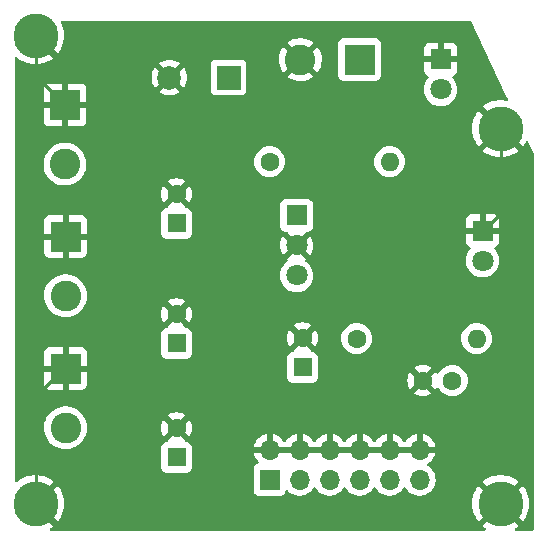
<source format=gbr>
%TF.GenerationSoftware,KiCad,Pcbnew,(6.0.6)*%
%TF.CreationDate,2022-09-23T17:59:27-07:00*%
%TF.ProjectId,POWER_BOARD,504f5745-525f-4424-9f41-52442e6b6963,rev?*%
%TF.SameCoordinates,Original*%
%TF.FileFunction,Copper,L2,Bot*%
%TF.FilePolarity,Positive*%
%FSLAX46Y46*%
G04 Gerber Fmt 4.6, Leading zero omitted, Abs format (unit mm)*
G04 Created by KiCad (PCBNEW (6.0.6)) date 2022-09-23 17:59:27*
%MOMM*%
%LPD*%
G01*
G04 APERTURE LIST*
%TA.AperFunction,ComponentPad*%
%ADD10R,1.700000X1.700000*%
%TD*%
%TA.AperFunction,ComponentPad*%
%ADD11O,1.700000X1.700000*%
%TD*%
%TA.AperFunction,ComponentPad*%
%ADD12C,3.800000*%
%TD*%
%TA.AperFunction,ComponentPad*%
%ADD13C,2.600000*%
%TD*%
%TA.AperFunction,ComponentPad*%
%ADD14R,2.600000X2.600000*%
%TD*%
%TA.AperFunction,ComponentPad*%
%ADD15R,1.800000X1.800000*%
%TD*%
%TA.AperFunction,ComponentPad*%
%ADD16C,1.800000*%
%TD*%
%TA.AperFunction,ComponentPad*%
%ADD17C,1.600000*%
%TD*%
%TA.AperFunction,ComponentPad*%
%ADD18O,1.600000X1.600000*%
%TD*%
%TA.AperFunction,ComponentPad*%
%ADD19R,1.600000X1.600000*%
%TD*%
%TA.AperFunction,ComponentPad*%
%ADD20R,2.000000X2.000000*%
%TD*%
%TA.AperFunction,ComponentPad*%
%ADD21C,2.000000*%
%TD*%
%TA.AperFunction,Conductor*%
%ADD22C,0.254000*%
%TD*%
G04 APERTURE END LIST*
D10*
%TO.P,J6,1,Pin_1*%
%TO.N,+5V*%
X69088000Y-93985000D03*
D11*
%TO.P,J6,2,Pin_2*%
%TO.N,GND*%
X69088000Y-91445000D03*
%TO.P,J6,3,Pin_3*%
%TO.N,+5V*%
X71628000Y-93985000D03*
%TO.P,J6,4,Pin_4*%
%TO.N,GND*%
X71628000Y-91445000D03*
%TO.P,J6,5,Pin_5*%
%TO.N,+5V*%
X74168000Y-93985000D03*
%TO.P,J6,6,Pin_6*%
%TO.N,GND*%
X74168000Y-91445000D03*
%TO.P,J6,7,Pin_7*%
%TO.N,+5V*%
X76708000Y-93985000D03*
%TO.P,J6,8,Pin_8*%
%TO.N,GND*%
X76708000Y-91445000D03*
%TO.P,J6,9,Pin_9*%
%TO.N,+5V*%
X79248000Y-93985000D03*
%TO.P,J6,10,Pin_10*%
%TO.N,GND*%
X79248000Y-91445000D03*
%TO.P,J6,11,Pin_11*%
%TO.N,+5V*%
X81788000Y-93985000D03*
%TO.P,J6,12,Pin_12*%
%TO.N,GND*%
X81788000Y-91445000D03*
%TD*%
D12*
%TO.P,H4,1,1*%
%TO.N,GND*%
X49276000Y-56388000D03*
%TD*%
%TO.P,H3,1,1*%
%TO.N,GND*%
X49276000Y-96012000D03*
%TD*%
%TO.P,H2,1,1*%
%TO.N,GND*%
X88646000Y-64262000D03*
%TD*%
%TO.P,H1,1,1*%
%TO.N,GND*%
X88646000Y-96012000D03*
%TD*%
D13*
%TO.P,J3,2,Pin_2*%
%TO.N,+12V*%
X51765000Y-67270000D03*
D14*
%TO.P,J3,1,Pin_1*%
%TO.N,GND*%
X51765000Y-62270000D03*
%TD*%
D15*
%TO.P,U1,1,IN*%
%TO.N,+12V*%
X71374000Y-71623000D03*
D16*
%TO.P,U1,2,GND*%
%TO.N,GND*%
X71374000Y-74163000D03*
%TO.P,U1,3,OUT*%
%TO.N,+5V*%
X71374000Y-76703000D03*
%TD*%
D17*
%TO.P,R2,1*%
%TO.N,+5V*%
X76454000Y-82042000D03*
D18*
%TO.P,R2,2*%
%TO.N,Net-(D2-Pad2)*%
X86614000Y-82042000D03*
%TD*%
D17*
%TO.P,R1,1*%
%TO.N,+12V*%
X69088000Y-67056000D03*
D18*
%TO.P,R1,2*%
%TO.N,Net-(D1-Pad2)*%
X79248000Y-67056000D03*
%TD*%
D13*
%TO.P,J4,2,Pin_2*%
%TO.N,GND*%
X71708000Y-58420000D03*
D14*
%TO.P,J4,1,Pin_1*%
%TO.N,+12V*%
X76708000Y-58420000D03*
%TD*%
D13*
%TO.P,J2,2,Pin_2*%
%TO.N,+12V*%
X51816000Y-89582000D03*
D14*
%TO.P,J2,1,Pin_1*%
%TO.N,GND*%
X51816000Y-84582000D03*
%TD*%
%TO.P,J1,1,Pin_1*%
%TO.N,GND*%
X51816000Y-73406000D03*
D13*
%TO.P,J1,2,Pin_2*%
%TO.N,+12V*%
X51816000Y-78406000D03*
%TD*%
D15*
%TO.P,D2,1,K*%
%TO.N,GND*%
X87122000Y-72898000D03*
D16*
%TO.P,D2,2,A*%
%TO.N,Net-(D2-Pad2)*%
X87122000Y-75438000D03*
%TD*%
D15*
%TO.P,D1,1,K*%
%TO.N,GND*%
X83566000Y-58415000D03*
D16*
%TO.P,D1,2,A*%
%TO.N,Net-(D1-Pad2)*%
X83566000Y-60955000D03*
%TD*%
D17*
%TO.P,C6,1*%
%TO.N,GND*%
X82062000Y-85598000D03*
%TO.P,C6,2*%
%TO.N,+5V*%
X84562000Y-85598000D03*
%TD*%
%TO.P,C5,2*%
%TO.N,GND*%
X71882000Y-81994380D03*
D19*
%TO.P,C5,1*%
%TO.N,+5V*%
X71882000Y-84494380D03*
%TD*%
D20*
%TO.P,C4,1*%
%TO.N,+12V*%
X65613677Y-59944000D03*
D21*
%TO.P,C4,2*%
%TO.N,GND*%
X60613677Y-59944000D03*
%TD*%
D19*
%TO.P,C3,1*%
%TO.N,+12V*%
X61214000Y-92114380D03*
D17*
%TO.P,C3,2*%
%TO.N,GND*%
X61214000Y-89614380D03*
%TD*%
%TO.P,C2,2*%
%TO.N,GND*%
X61214000Y-79962380D03*
D19*
%TO.P,C2,1*%
%TO.N,+12V*%
X61214000Y-82462380D03*
%TD*%
D17*
%TO.P,C1,2*%
%TO.N,GND*%
X61214000Y-69802380D03*
D19*
%TO.P,C1,1*%
%TO.N,+12V*%
X61214000Y-72302380D03*
%TD*%
D22*
%TO.N,GND*%
X88646000Y-71374000D02*
X87122000Y-72898000D01*
X88646000Y-64262000D02*
X88646000Y-71374000D01*
X49276000Y-86868000D02*
X51816000Y-84328000D01*
X49276000Y-96012000D02*
X49276000Y-86868000D01*
X49276000Y-59781000D02*
X51765000Y-62270000D01*
X49276000Y-56388000D02*
X49276000Y-59781000D01*
%TD*%
%TA.AperFunction,Conductor*%
%TO.N,GND*%
G36*
X86026522Y-55118000D02*
G01*
X86094642Y-55138002D01*
X86140234Y-55189728D01*
X89137794Y-61470329D01*
X89256523Y-61719095D01*
X89267813Y-61789188D01*
X89239415Y-61854258D01*
X89180347Y-61893646D01*
X89111480Y-61895410D01*
X89101937Y-61892960D01*
X89094174Y-61891479D01*
X88801430Y-61854497D01*
X88793540Y-61854000D01*
X88498460Y-61854000D01*
X88490570Y-61854497D01*
X88197830Y-61891479D01*
X88190059Y-61892961D01*
X87904237Y-61966347D01*
X87896746Y-61968781D01*
X87622369Y-62077415D01*
X87615234Y-62080772D01*
X87356650Y-62222930D01*
X87349970Y-62227170D01*
X87144770Y-62376256D01*
X87136347Y-62387179D01*
X87143251Y-62400040D01*
X88646000Y-63902790D01*
X90506121Y-65762910D01*
X90519381Y-65770151D01*
X90529484Y-65762963D01*
X90595437Y-65683241D01*
X90600091Y-65676835D01*
X90758195Y-65427703D01*
X90762003Y-65420775D01*
X90778492Y-65385736D01*
X90825595Y-65332615D01*
X90893940Y-65313393D01*
X90961828Y-65334173D01*
X91006213Y-65385113D01*
X91427713Y-66268256D01*
X91440000Y-66322528D01*
X91440000Y-98172000D01*
X91419998Y-98240121D01*
X91366342Y-98286614D01*
X91314000Y-98298000D01*
X89976924Y-98298000D01*
X89908803Y-98277998D01*
X89862310Y-98224342D01*
X89852206Y-98154068D01*
X89881700Y-98089488D01*
X89916223Y-98061586D01*
X89935338Y-98051078D01*
X89942030Y-98046830D01*
X90147230Y-97897744D01*
X90155653Y-97886821D01*
X90148749Y-97873960D01*
X88658810Y-96384020D01*
X88644869Y-96376408D01*
X88643034Y-96376539D01*
X88636420Y-96380790D01*
X87142927Y-97874284D01*
X87136314Y-97886394D01*
X87145143Y-97898014D01*
X87349970Y-98046830D01*
X87356662Y-98051078D01*
X87375777Y-98061586D01*
X87425836Y-98111931D01*
X87440729Y-98181348D01*
X87415728Y-98247797D01*
X87358771Y-98290181D01*
X87315076Y-98298000D01*
X50606924Y-98298000D01*
X50538803Y-98277998D01*
X50492310Y-98224342D01*
X50482206Y-98154068D01*
X50511700Y-98089488D01*
X50546223Y-98061586D01*
X50565338Y-98051078D01*
X50572030Y-98046830D01*
X50777230Y-97897744D01*
X50785653Y-97886821D01*
X50778749Y-97873960D01*
X49005885Y-96101095D01*
X48971859Y-96038783D01*
X48973694Y-96013131D01*
X49640408Y-96013131D01*
X49640539Y-96014966D01*
X49644790Y-96021580D01*
X51136119Y-97512908D01*
X51149381Y-97520150D01*
X51159485Y-97512962D01*
X51225437Y-97433241D01*
X51230091Y-97426835D01*
X51388195Y-97177703D01*
X51392007Y-97170770D01*
X51517639Y-96903787D01*
X51520554Y-96896424D01*
X51611733Y-96615805D01*
X51613704Y-96608128D01*
X51668992Y-96318297D01*
X51669985Y-96310436D01*
X51688512Y-96015958D01*
X86233488Y-96015958D01*
X86252015Y-96310436D01*
X86253008Y-96318297D01*
X86308296Y-96608128D01*
X86310267Y-96615805D01*
X86401446Y-96896424D01*
X86404361Y-96903787D01*
X86529993Y-97170770D01*
X86533805Y-97177703D01*
X86691909Y-97426835D01*
X86696563Y-97433241D01*
X86761521Y-97511761D01*
X86774040Y-97520217D01*
X86784778Y-97514011D01*
X88273980Y-96024810D01*
X88280357Y-96013131D01*
X89010408Y-96013131D01*
X89010539Y-96014966D01*
X89014790Y-96021580D01*
X90506119Y-97512908D01*
X90519381Y-97520150D01*
X90529485Y-97512962D01*
X90595437Y-97433241D01*
X90600091Y-97426835D01*
X90758195Y-97177703D01*
X90762007Y-97170770D01*
X90887639Y-96903787D01*
X90890554Y-96896424D01*
X90981733Y-96615805D01*
X90983704Y-96608128D01*
X91038992Y-96318297D01*
X91039985Y-96310436D01*
X91058512Y-96015958D01*
X91058512Y-96008042D01*
X91039985Y-95713564D01*
X91038992Y-95705703D01*
X90983704Y-95415872D01*
X90981733Y-95408195D01*
X90890554Y-95127576D01*
X90887639Y-95120213D01*
X90762007Y-94853230D01*
X90758195Y-94846297D01*
X90600091Y-94597165D01*
X90595437Y-94590759D01*
X90530479Y-94512239D01*
X90517960Y-94503783D01*
X90507222Y-94509989D01*
X89018020Y-95999190D01*
X89010408Y-96013131D01*
X88280357Y-96013131D01*
X88281592Y-96010869D01*
X88281461Y-96009034D01*
X88277210Y-96002420D01*
X86785881Y-94511092D01*
X86772619Y-94503850D01*
X86762515Y-94511038D01*
X86696563Y-94590759D01*
X86691909Y-94597165D01*
X86533805Y-94846297D01*
X86529993Y-94853230D01*
X86404361Y-95120213D01*
X86401446Y-95127576D01*
X86310267Y-95408195D01*
X86308296Y-95415872D01*
X86253008Y-95705703D01*
X86252015Y-95713564D01*
X86233488Y-96008042D01*
X86233488Y-96015958D01*
X51688512Y-96015958D01*
X51688512Y-96008042D01*
X51669985Y-95713564D01*
X51668992Y-95705703D01*
X51613704Y-95415872D01*
X51611733Y-95408195D01*
X51520554Y-95127576D01*
X51517639Y-95120213D01*
X51406079Y-94883134D01*
X67729500Y-94883134D01*
X67736255Y-94945316D01*
X67787385Y-95081705D01*
X67874739Y-95198261D01*
X67991295Y-95285615D01*
X68127684Y-95336745D01*
X68189866Y-95343500D01*
X69986134Y-95343500D01*
X70048316Y-95336745D01*
X70184705Y-95285615D01*
X70301261Y-95198261D01*
X70388615Y-95081705D01*
X70410799Y-95022529D01*
X70432598Y-94964382D01*
X70475240Y-94907618D01*
X70541802Y-94882918D01*
X70611150Y-94898126D01*
X70645817Y-94926114D01*
X70674250Y-94958938D01*
X70846126Y-95101632D01*
X71039000Y-95214338D01*
X71247692Y-95294030D01*
X71252760Y-95295061D01*
X71252763Y-95295062D01*
X71360017Y-95316883D01*
X71466597Y-95338567D01*
X71471772Y-95338757D01*
X71471774Y-95338757D01*
X71684673Y-95346564D01*
X71684677Y-95346564D01*
X71689837Y-95346753D01*
X71694957Y-95346097D01*
X71694959Y-95346097D01*
X71906288Y-95319025D01*
X71906289Y-95319025D01*
X71911416Y-95318368D01*
X71916366Y-95316883D01*
X72120429Y-95255661D01*
X72120434Y-95255659D01*
X72125384Y-95254174D01*
X72325994Y-95155896D01*
X72507860Y-95026173D01*
X72666096Y-94868489D01*
X72682043Y-94846297D01*
X72796453Y-94687077D01*
X72797776Y-94688028D01*
X72844645Y-94644857D01*
X72914580Y-94632625D01*
X72980026Y-94660144D01*
X73007875Y-94691994D01*
X73067987Y-94790088D01*
X73214250Y-94958938D01*
X73386126Y-95101632D01*
X73579000Y-95214338D01*
X73787692Y-95294030D01*
X73792760Y-95295061D01*
X73792763Y-95295062D01*
X73900017Y-95316883D01*
X74006597Y-95338567D01*
X74011772Y-95338757D01*
X74011774Y-95338757D01*
X74224673Y-95346564D01*
X74224677Y-95346564D01*
X74229837Y-95346753D01*
X74234957Y-95346097D01*
X74234959Y-95346097D01*
X74446288Y-95319025D01*
X74446289Y-95319025D01*
X74451416Y-95318368D01*
X74456366Y-95316883D01*
X74660429Y-95255661D01*
X74660434Y-95255659D01*
X74665384Y-95254174D01*
X74865994Y-95155896D01*
X75047860Y-95026173D01*
X75206096Y-94868489D01*
X75222043Y-94846297D01*
X75336453Y-94687077D01*
X75337776Y-94688028D01*
X75384645Y-94644857D01*
X75454580Y-94632625D01*
X75520026Y-94660144D01*
X75547875Y-94691994D01*
X75607987Y-94790088D01*
X75754250Y-94958938D01*
X75926126Y-95101632D01*
X76119000Y-95214338D01*
X76327692Y-95294030D01*
X76332760Y-95295061D01*
X76332763Y-95295062D01*
X76440017Y-95316883D01*
X76546597Y-95338567D01*
X76551772Y-95338757D01*
X76551774Y-95338757D01*
X76764673Y-95346564D01*
X76764677Y-95346564D01*
X76769837Y-95346753D01*
X76774957Y-95346097D01*
X76774959Y-95346097D01*
X76986288Y-95319025D01*
X76986289Y-95319025D01*
X76991416Y-95318368D01*
X76996366Y-95316883D01*
X77200429Y-95255661D01*
X77200434Y-95255659D01*
X77205384Y-95254174D01*
X77405994Y-95155896D01*
X77587860Y-95026173D01*
X77746096Y-94868489D01*
X77762043Y-94846297D01*
X77876453Y-94687077D01*
X77877776Y-94688028D01*
X77924645Y-94644857D01*
X77994580Y-94632625D01*
X78060026Y-94660144D01*
X78087875Y-94691994D01*
X78147987Y-94790088D01*
X78294250Y-94958938D01*
X78466126Y-95101632D01*
X78659000Y-95214338D01*
X78867692Y-95294030D01*
X78872760Y-95295061D01*
X78872763Y-95295062D01*
X78980017Y-95316883D01*
X79086597Y-95338567D01*
X79091772Y-95338757D01*
X79091774Y-95338757D01*
X79304673Y-95346564D01*
X79304677Y-95346564D01*
X79309837Y-95346753D01*
X79314957Y-95346097D01*
X79314959Y-95346097D01*
X79526288Y-95319025D01*
X79526289Y-95319025D01*
X79531416Y-95318368D01*
X79536366Y-95316883D01*
X79740429Y-95255661D01*
X79740434Y-95255659D01*
X79745384Y-95254174D01*
X79945994Y-95155896D01*
X80127860Y-95026173D01*
X80286096Y-94868489D01*
X80302043Y-94846297D01*
X80416453Y-94687077D01*
X80417776Y-94688028D01*
X80464645Y-94644857D01*
X80534580Y-94632625D01*
X80600026Y-94660144D01*
X80627875Y-94691994D01*
X80687987Y-94790088D01*
X80834250Y-94958938D01*
X81006126Y-95101632D01*
X81199000Y-95214338D01*
X81407692Y-95294030D01*
X81412760Y-95295061D01*
X81412763Y-95295062D01*
X81520017Y-95316883D01*
X81626597Y-95338567D01*
X81631772Y-95338757D01*
X81631774Y-95338757D01*
X81844673Y-95346564D01*
X81844677Y-95346564D01*
X81849837Y-95346753D01*
X81854957Y-95346097D01*
X81854959Y-95346097D01*
X82066288Y-95319025D01*
X82066289Y-95319025D01*
X82071416Y-95318368D01*
X82076366Y-95316883D01*
X82280429Y-95255661D01*
X82280434Y-95255659D01*
X82285384Y-95254174D01*
X82485994Y-95155896D01*
X82667860Y-95026173D01*
X82826096Y-94868489D01*
X82842043Y-94846297D01*
X82953435Y-94691277D01*
X82956453Y-94687077D01*
X82977320Y-94644857D01*
X83053136Y-94491453D01*
X83053137Y-94491451D01*
X83055430Y-94486811D01*
X83120370Y-94273069D01*
X83138261Y-94137179D01*
X87136347Y-94137179D01*
X87143251Y-94150040D01*
X88633190Y-95639980D01*
X88647131Y-95647592D01*
X88648966Y-95647461D01*
X88655580Y-95643210D01*
X90149073Y-94149716D01*
X90155686Y-94137606D01*
X90146857Y-94125986D01*
X89942030Y-93977170D01*
X89935350Y-93972930D01*
X89676766Y-93830772D01*
X89669631Y-93827415D01*
X89395254Y-93718781D01*
X89387763Y-93716347D01*
X89101941Y-93642961D01*
X89094170Y-93641479D01*
X88801430Y-93604497D01*
X88793540Y-93604000D01*
X88498460Y-93604000D01*
X88490570Y-93604497D01*
X88197830Y-93641479D01*
X88190059Y-93642961D01*
X87904237Y-93716347D01*
X87896746Y-93718781D01*
X87622369Y-93827415D01*
X87615234Y-93830772D01*
X87356650Y-93972930D01*
X87349970Y-93977170D01*
X87144770Y-94126256D01*
X87136347Y-94137179D01*
X83138261Y-94137179D01*
X83149529Y-94051590D01*
X83151156Y-93985000D01*
X83132852Y-93762361D01*
X83078431Y-93545702D01*
X82989354Y-93340840D01*
X82877714Y-93168271D01*
X82870822Y-93157617D01*
X82870820Y-93157614D01*
X82868014Y-93153277D01*
X82717670Y-92988051D01*
X82713619Y-92984852D01*
X82713615Y-92984848D01*
X82546414Y-92852800D01*
X82546410Y-92852798D01*
X82542359Y-92849598D01*
X82500569Y-92826529D01*
X82450598Y-92776097D01*
X82435826Y-92706654D01*
X82460942Y-92640248D01*
X82488294Y-92613641D01*
X82663328Y-92488792D01*
X82671200Y-92482139D01*
X82822052Y-92331812D01*
X82828730Y-92323965D01*
X82953003Y-92151020D01*
X82958313Y-92142183D01*
X83052670Y-91951267D01*
X83056469Y-91941672D01*
X83118377Y-91737910D01*
X83120555Y-91727837D01*
X83121986Y-91716962D01*
X83119775Y-91702778D01*
X83106617Y-91699000D01*
X67771225Y-91699000D01*
X67757694Y-91702973D01*
X67756257Y-91712966D01*
X67786565Y-91847446D01*
X67789645Y-91857275D01*
X67869770Y-92054603D01*
X67874413Y-92063794D01*
X67985694Y-92245388D01*
X67991777Y-92253699D01*
X68131213Y-92414667D01*
X68138577Y-92421879D01*
X68143522Y-92425985D01*
X68183156Y-92484889D01*
X68184653Y-92555870D01*
X68147537Y-92616392D01*
X68107264Y-92640910D01*
X67999705Y-92681232D01*
X67999704Y-92681233D01*
X67991295Y-92684385D01*
X67874739Y-92771739D01*
X67787385Y-92888295D01*
X67736255Y-93024684D01*
X67729500Y-93086866D01*
X67729500Y-94883134D01*
X51406079Y-94883134D01*
X51392007Y-94853230D01*
X51388195Y-94846297D01*
X51230091Y-94597165D01*
X51225437Y-94590759D01*
X51160479Y-94512239D01*
X51147960Y-94503783D01*
X51137222Y-94509989D01*
X49648020Y-95999190D01*
X49640408Y-96013131D01*
X48973694Y-96013131D01*
X48976924Y-95967967D01*
X49005885Y-95922905D01*
X49276000Y-95652790D01*
X50779073Y-94149716D01*
X50785686Y-94137605D01*
X50776859Y-94125987D01*
X50572030Y-93977170D01*
X50565350Y-93972930D01*
X50306766Y-93830772D01*
X50299631Y-93827415D01*
X50025254Y-93718781D01*
X50017763Y-93716347D01*
X49731941Y-93642961D01*
X49724170Y-93641479D01*
X49431430Y-93604497D01*
X49423540Y-93604000D01*
X49128460Y-93604000D01*
X49120570Y-93604497D01*
X48827830Y-93641479D01*
X48820059Y-93642961D01*
X48534237Y-93716347D01*
X48526746Y-93718781D01*
X48252369Y-93827415D01*
X48245234Y-93830772D01*
X47986650Y-93972930D01*
X47979970Y-93977170D01*
X47741252Y-94150608D01*
X47735162Y-94155646D01*
X47710599Y-94178712D01*
X47647249Y-94210762D01*
X47576627Y-94203475D01*
X47521156Y-94159164D01*
X47498348Y-94086853D01*
X47498441Y-92962514D01*
X59905500Y-92962514D01*
X59912255Y-93024696D01*
X59963385Y-93161085D01*
X60050739Y-93277641D01*
X60167295Y-93364995D01*
X60303684Y-93416125D01*
X60365866Y-93422880D01*
X62062134Y-93422880D01*
X62124316Y-93416125D01*
X62260705Y-93364995D01*
X62377261Y-93277641D01*
X62464615Y-93161085D01*
X62515745Y-93024696D01*
X62522500Y-92962514D01*
X62522500Y-91266246D01*
X62515745Y-91204064D01*
X62506418Y-91179183D01*
X67752389Y-91179183D01*
X67753912Y-91187607D01*
X67766292Y-91191000D01*
X68815885Y-91191000D01*
X68831124Y-91186525D01*
X68832329Y-91185135D01*
X68834000Y-91177452D01*
X68834000Y-91172885D01*
X69342000Y-91172885D01*
X69346475Y-91188124D01*
X69347865Y-91189329D01*
X69355548Y-91191000D01*
X71355885Y-91191000D01*
X71371124Y-91186525D01*
X71372329Y-91185135D01*
X71374000Y-91177452D01*
X71374000Y-91172885D01*
X71882000Y-91172885D01*
X71886475Y-91188124D01*
X71887865Y-91189329D01*
X71895548Y-91191000D01*
X73895885Y-91191000D01*
X73911124Y-91186525D01*
X73912329Y-91185135D01*
X73914000Y-91177452D01*
X73914000Y-91172885D01*
X74422000Y-91172885D01*
X74426475Y-91188124D01*
X74427865Y-91189329D01*
X74435548Y-91191000D01*
X76435885Y-91191000D01*
X76451124Y-91186525D01*
X76452329Y-91185135D01*
X76454000Y-91177452D01*
X76454000Y-91172885D01*
X76962000Y-91172885D01*
X76966475Y-91188124D01*
X76967865Y-91189329D01*
X76975548Y-91191000D01*
X78975885Y-91191000D01*
X78991124Y-91186525D01*
X78992329Y-91185135D01*
X78994000Y-91177452D01*
X78994000Y-91172885D01*
X79502000Y-91172885D01*
X79506475Y-91188124D01*
X79507865Y-91189329D01*
X79515548Y-91191000D01*
X81515885Y-91191000D01*
X81531124Y-91186525D01*
X81532329Y-91185135D01*
X81534000Y-91177452D01*
X81534000Y-91172885D01*
X82042000Y-91172885D01*
X82046475Y-91188124D01*
X82047865Y-91189329D01*
X82055548Y-91191000D01*
X83106344Y-91191000D01*
X83119875Y-91187027D01*
X83121180Y-91177947D01*
X83079214Y-91010875D01*
X83075894Y-91001124D01*
X82990972Y-90805814D01*
X82986105Y-90796739D01*
X82870426Y-90617926D01*
X82864136Y-90609757D01*
X82720806Y-90452240D01*
X82713273Y-90445215D01*
X82546139Y-90313222D01*
X82537552Y-90307517D01*
X82351117Y-90204599D01*
X82341705Y-90200369D01*
X82140959Y-90129280D01*
X82130988Y-90126646D01*
X82059837Y-90113972D01*
X82046540Y-90115432D01*
X82042000Y-90129989D01*
X82042000Y-91172885D01*
X81534000Y-91172885D01*
X81534000Y-90128102D01*
X81530082Y-90114758D01*
X81515806Y-90112771D01*
X81477324Y-90118660D01*
X81467288Y-90121051D01*
X81264868Y-90187212D01*
X81255359Y-90191209D01*
X81066463Y-90289542D01*
X81057738Y-90295036D01*
X80887433Y-90422905D01*
X80879726Y-90429748D01*
X80732590Y-90583717D01*
X80726104Y-90591727D01*
X80621193Y-90745521D01*
X80566282Y-90790524D01*
X80495757Y-90798695D01*
X80432010Y-90767441D01*
X80411313Y-90742957D01*
X80330427Y-90617926D01*
X80324136Y-90609757D01*
X80180806Y-90452240D01*
X80173273Y-90445215D01*
X80006139Y-90313222D01*
X79997552Y-90307517D01*
X79811117Y-90204599D01*
X79801705Y-90200369D01*
X79600959Y-90129280D01*
X79590988Y-90126646D01*
X79519837Y-90113972D01*
X79506540Y-90115432D01*
X79502000Y-90129989D01*
X79502000Y-91172885D01*
X78994000Y-91172885D01*
X78994000Y-90128102D01*
X78990082Y-90114758D01*
X78975806Y-90112771D01*
X78937324Y-90118660D01*
X78927288Y-90121051D01*
X78724868Y-90187212D01*
X78715359Y-90191209D01*
X78526463Y-90289542D01*
X78517738Y-90295036D01*
X78347433Y-90422905D01*
X78339726Y-90429748D01*
X78192590Y-90583717D01*
X78186104Y-90591727D01*
X78081193Y-90745521D01*
X78026282Y-90790524D01*
X77955757Y-90798695D01*
X77892010Y-90767441D01*
X77871313Y-90742957D01*
X77790427Y-90617926D01*
X77784136Y-90609757D01*
X77640806Y-90452240D01*
X77633273Y-90445215D01*
X77466139Y-90313222D01*
X77457552Y-90307517D01*
X77271117Y-90204599D01*
X77261705Y-90200369D01*
X77060959Y-90129280D01*
X77050988Y-90126646D01*
X76979837Y-90113972D01*
X76966540Y-90115432D01*
X76962000Y-90129989D01*
X76962000Y-91172885D01*
X76454000Y-91172885D01*
X76454000Y-90128102D01*
X76450082Y-90114758D01*
X76435806Y-90112771D01*
X76397324Y-90118660D01*
X76387288Y-90121051D01*
X76184868Y-90187212D01*
X76175359Y-90191209D01*
X75986463Y-90289542D01*
X75977738Y-90295036D01*
X75807433Y-90422905D01*
X75799726Y-90429748D01*
X75652590Y-90583717D01*
X75646104Y-90591727D01*
X75541193Y-90745521D01*
X75486282Y-90790524D01*
X75415757Y-90798695D01*
X75352010Y-90767441D01*
X75331313Y-90742957D01*
X75250427Y-90617926D01*
X75244136Y-90609757D01*
X75100806Y-90452240D01*
X75093273Y-90445215D01*
X74926139Y-90313222D01*
X74917552Y-90307517D01*
X74731117Y-90204599D01*
X74721705Y-90200369D01*
X74520959Y-90129280D01*
X74510988Y-90126646D01*
X74439837Y-90113972D01*
X74426540Y-90115432D01*
X74422000Y-90129989D01*
X74422000Y-91172885D01*
X73914000Y-91172885D01*
X73914000Y-90128102D01*
X73910082Y-90114758D01*
X73895806Y-90112771D01*
X73857324Y-90118660D01*
X73847288Y-90121051D01*
X73644868Y-90187212D01*
X73635359Y-90191209D01*
X73446463Y-90289542D01*
X73437738Y-90295036D01*
X73267433Y-90422905D01*
X73259726Y-90429748D01*
X73112590Y-90583717D01*
X73106104Y-90591727D01*
X73001193Y-90745521D01*
X72946282Y-90790524D01*
X72875757Y-90798695D01*
X72812010Y-90767441D01*
X72791313Y-90742957D01*
X72710427Y-90617926D01*
X72704136Y-90609757D01*
X72560806Y-90452240D01*
X72553273Y-90445215D01*
X72386139Y-90313222D01*
X72377552Y-90307517D01*
X72191117Y-90204599D01*
X72181705Y-90200369D01*
X71980959Y-90129280D01*
X71970988Y-90126646D01*
X71899837Y-90113972D01*
X71886540Y-90115432D01*
X71882000Y-90129989D01*
X71882000Y-91172885D01*
X71374000Y-91172885D01*
X71374000Y-90128102D01*
X71370082Y-90114758D01*
X71355806Y-90112771D01*
X71317324Y-90118660D01*
X71307288Y-90121051D01*
X71104868Y-90187212D01*
X71095359Y-90191209D01*
X70906463Y-90289542D01*
X70897738Y-90295036D01*
X70727433Y-90422905D01*
X70719726Y-90429748D01*
X70572590Y-90583717D01*
X70566104Y-90591727D01*
X70461193Y-90745521D01*
X70406282Y-90790524D01*
X70335757Y-90798695D01*
X70272010Y-90767441D01*
X70251313Y-90742957D01*
X70170427Y-90617926D01*
X70164136Y-90609757D01*
X70020806Y-90452240D01*
X70013273Y-90445215D01*
X69846139Y-90313222D01*
X69837552Y-90307517D01*
X69651117Y-90204599D01*
X69641705Y-90200369D01*
X69440959Y-90129280D01*
X69430988Y-90126646D01*
X69359837Y-90113972D01*
X69346540Y-90115432D01*
X69342000Y-90129989D01*
X69342000Y-91172885D01*
X68834000Y-91172885D01*
X68834000Y-90128102D01*
X68830082Y-90114758D01*
X68815806Y-90112771D01*
X68777324Y-90118660D01*
X68767288Y-90121051D01*
X68564868Y-90187212D01*
X68555359Y-90191209D01*
X68366463Y-90289542D01*
X68357738Y-90295036D01*
X68187433Y-90422905D01*
X68179726Y-90429748D01*
X68032590Y-90583717D01*
X68026104Y-90591727D01*
X67906098Y-90767649D01*
X67901000Y-90776623D01*
X67811338Y-90969783D01*
X67807775Y-90979470D01*
X67752389Y-91179183D01*
X62506418Y-91179183D01*
X62464615Y-91067675D01*
X62377261Y-90951119D01*
X62260705Y-90863765D01*
X62124316Y-90812635D01*
X62080748Y-90807902D01*
X62065514Y-90806247D01*
X62065511Y-90806247D01*
X62062134Y-90805880D01*
X62058815Y-90805880D01*
X61991890Y-90782227D01*
X61956196Y-90736224D01*
X61954266Y-90737239D01*
X61948558Y-90726380D01*
X61948368Y-90726135D01*
X61948347Y-90725977D01*
X61928356Y-90687946D01*
X61226812Y-89986402D01*
X61212868Y-89978788D01*
X61211035Y-89978919D01*
X61204420Y-89983170D01*
X60498923Y-90688667D01*
X60476129Y-90730409D01*
X60473953Y-90740409D01*
X60423747Y-90790607D01*
X60370186Y-90805831D01*
X60369281Y-90805880D01*
X60365866Y-90805880D01*
X60362470Y-90806249D01*
X60362468Y-90806249D01*
X60350121Y-90807590D01*
X60303684Y-90812635D01*
X60167295Y-90863765D01*
X60050739Y-90951119D01*
X59963385Y-91067675D01*
X59912255Y-91204064D01*
X59905500Y-91266246D01*
X59905500Y-92962514D01*
X47498441Y-92962514D01*
X47498724Y-89534526D01*
X50003050Y-89534526D01*
X50003274Y-89539192D01*
X50003274Y-89539197D01*
X50006623Y-89608905D01*
X50015947Y-89803019D01*
X50068388Y-90066656D01*
X50159220Y-90319646D01*
X50161432Y-90323762D01*
X50161433Y-90323765D01*
X50214703Y-90422905D01*
X50286450Y-90556431D01*
X50289241Y-90560168D01*
X50289245Y-90560175D01*
X50326270Y-90609757D01*
X50447281Y-90771810D01*
X50450590Y-90775090D01*
X50450595Y-90775096D01*
X50622734Y-90945738D01*
X50638180Y-90961050D01*
X50641942Y-90963808D01*
X50641945Y-90963811D01*
X50754299Y-91046192D01*
X50854954Y-91119995D01*
X50859089Y-91122171D01*
X50859093Y-91122173D01*
X51000678Y-91196665D01*
X51092840Y-91245154D01*
X51346613Y-91333775D01*
X51351206Y-91334647D01*
X51606109Y-91383042D01*
X51606112Y-91383042D01*
X51610698Y-91383913D01*
X51738370Y-91388929D01*
X51874625Y-91394283D01*
X51874630Y-91394283D01*
X51879293Y-91394466D01*
X51983607Y-91383042D01*
X52141844Y-91365713D01*
X52141850Y-91365712D01*
X52146497Y-91365203D01*
X52151021Y-91364012D01*
X52401918Y-91297956D01*
X52401920Y-91297955D01*
X52406441Y-91296765D01*
X52485383Y-91262849D01*
X52649120Y-91192502D01*
X52649122Y-91192501D01*
X52653414Y-91190657D01*
X52852151Y-91067675D01*
X52878017Y-91051669D01*
X52878021Y-91051666D01*
X52881990Y-91049210D01*
X53087149Y-90875530D01*
X53264382Y-90673434D01*
X53305341Y-90609757D01*
X53407269Y-90451291D01*
X53409797Y-90447361D01*
X53520199Y-90202278D01*
X53541119Y-90128102D01*
X53591893Y-89948072D01*
X53591894Y-89948069D01*
X53593163Y-89943568D01*
X53611043Y-89803019D01*
X53626688Y-89680045D01*
X53626688Y-89680041D01*
X53627086Y-89676915D01*
X53628580Y-89619855D01*
X59901483Y-89619855D01*
X59920472Y-89836899D01*
X59922375Y-89847692D01*
X59978764Y-90058141D01*
X59982510Y-90068433D01*
X60074586Y-90265891D01*
X60080069Y-90275386D01*
X60116509Y-90327428D01*
X60126988Y-90335804D01*
X60140434Y-90328736D01*
X60841978Y-89627192D01*
X60848356Y-89615512D01*
X61578408Y-89615512D01*
X61578539Y-89617345D01*
X61582790Y-89623960D01*
X62288287Y-90329457D01*
X62300062Y-90335887D01*
X62312077Y-90326591D01*
X62347931Y-90275386D01*
X62353414Y-90265891D01*
X62445490Y-90068433D01*
X62449236Y-90058141D01*
X62505625Y-89847692D01*
X62507528Y-89836899D01*
X62526517Y-89619855D01*
X62526517Y-89608905D01*
X62507528Y-89391861D01*
X62505625Y-89381068D01*
X62449236Y-89170619D01*
X62445490Y-89160327D01*
X62353414Y-88962869D01*
X62347931Y-88953374D01*
X62311491Y-88901332D01*
X62301012Y-88892956D01*
X62287566Y-88900024D01*
X61586022Y-89601568D01*
X61578408Y-89615512D01*
X60848356Y-89615512D01*
X60849592Y-89613248D01*
X60849461Y-89611415D01*
X60845210Y-89604800D01*
X60139713Y-88899303D01*
X60127938Y-88892873D01*
X60115923Y-88902169D01*
X60080069Y-88953374D01*
X60074586Y-88962869D01*
X59982510Y-89160327D01*
X59978764Y-89170619D01*
X59922375Y-89381068D01*
X59920472Y-89391861D01*
X59901483Y-89608905D01*
X59901483Y-89619855D01*
X53628580Y-89619855D01*
X53629571Y-89582000D01*
X53609650Y-89313937D01*
X53598020Y-89262538D01*
X53551361Y-89056331D01*
X53551360Y-89056326D01*
X53550327Y-89051763D01*
X53452902Y-88801238D01*
X53319518Y-88567864D01*
X53287594Y-88527368D01*
X60492576Y-88527368D01*
X60499644Y-88540814D01*
X61201188Y-89242358D01*
X61215132Y-89249972D01*
X61216965Y-89249841D01*
X61223580Y-89245590D01*
X61929077Y-88540093D01*
X61935507Y-88528318D01*
X61926211Y-88516303D01*
X61875006Y-88480449D01*
X61865511Y-88474966D01*
X61668053Y-88382890D01*
X61657761Y-88379144D01*
X61447312Y-88322755D01*
X61436519Y-88320852D01*
X61219475Y-88301863D01*
X61208525Y-88301863D01*
X60991481Y-88320852D01*
X60980688Y-88322755D01*
X60770239Y-88379144D01*
X60759947Y-88382890D01*
X60562489Y-88474966D01*
X60552994Y-88480449D01*
X60500952Y-88516889D01*
X60492576Y-88527368D01*
X53287594Y-88527368D01*
X53153105Y-88356769D01*
X52957317Y-88172591D01*
X52736457Y-88019374D01*
X52732264Y-88017306D01*
X52499564Y-87902551D01*
X52499561Y-87902550D01*
X52495376Y-87900486D01*
X52447745Y-87885239D01*
X52393621Y-87867914D01*
X52239370Y-87818538D01*
X52234763Y-87817788D01*
X52234760Y-87817787D01*
X51978674Y-87776081D01*
X51978675Y-87776081D01*
X51974063Y-87775330D01*
X51843719Y-87773624D01*
X51709961Y-87771873D01*
X51709958Y-87771873D01*
X51705284Y-87771812D01*
X51438937Y-87808060D01*
X51180874Y-87883278D01*
X50936763Y-87995815D01*
X50932854Y-87998378D01*
X50715881Y-88140631D01*
X50715876Y-88140635D01*
X50711968Y-88143197D01*
X50511426Y-88322188D01*
X50479615Y-88360437D01*
X50349983Y-88516303D01*
X50339544Y-88528854D01*
X50200096Y-88758656D01*
X50198287Y-88762970D01*
X50198285Y-88762974D01*
X50141118Y-88899303D01*
X50096148Y-89006545D01*
X50029981Y-89267077D01*
X50003050Y-89534526D01*
X47498724Y-89534526D01*
X47498959Y-86684062D01*
X81340493Y-86684062D01*
X81349789Y-86696077D01*
X81400994Y-86731931D01*
X81410489Y-86737414D01*
X81607947Y-86829490D01*
X81618239Y-86833236D01*
X81828688Y-86889625D01*
X81839481Y-86891528D01*
X82056525Y-86910517D01*
X82067475Y-86910517D01*
X82284519Y-86891528D01*
X82295312Y-86889625D01*
X82505761Y-86833236D01*
X82516053Y-86829490D01*
X82713511Y-86737414D01*
X82723006Y-86731931D01*
X82775048Y-86695491D01*
X82783424Y-86685012D01*
X82776356Y-86671566D01*
X82074812Y-85970022D01*
X82060868Y-85962408D01*
X82059035Y-85962539D01*
X82052420Y-85966790D01*
X81346923Y-86672287D01*
X81340493Y-86684062D01*
X47498959Y-86684062D01*
X47499022Y-85926669D01*
X50008001Y-85926669D01*
X50008371Y-85933490D01*
X50013895Y-85984352D01*
X50017521Y-85999604D01*
X50062676Y-86120054D01*
X50071214Y-86135649D01*
X50147715Y-86237724D01*
X50160276Y-86250285D01*
X50262351Y-86326786D01*
X50277946Y-86335324D01*
X50398394Y-86380478D01*
X50413649Y-86384105D01*
X50464514Y-86389631D01*
X50471328Y-86390000D01*
X51543885Y-86390000D01*
X51559124Y-86385525D01*
X51560329Y-86384135D01*
X51562000Y-86376452D01*
X51562000Y-86371884D01*
X52070000Y-86371884D01*
X52074475Y-86387123D01*
X52075865Y-86388328D01*
X52083548Y-86389999D01*
X53160669Y-86389999D01*
X53167490Y-86389629D01*
X53218352Y-86384105D01*
X53233604Y-86380479D01*
X53354054Y-86335324D01*
X53369649Y-86326786D01*
X53471724Y-86250285D01*
X53484285Y-86237724D01*
X53560786Y-86135649D01*
X53569324Y-86120054D01*
X53614478Y-85999606D01*
X53618105Y-85984351D01*
X53623631Y-85933486D01*
X53624000Y-85926672D01*
X53624000Y-85342514D01*
X70573500Y-85342514D01*
X70580255Y-85404696D01*
X70631385Y-85541085D01*
X70718739Y-85657641D01*
X70835295Y-85744995D01*
X70971684Y-85796125D01*
X71033866Y-85802880D01*
X72730134Y-85802880D01*
X72792316Y-85796125D01*
X72928705Y-85744995D01*
X73045261Y-85657641D01*
X73085856Y-85603475D01*
X80749483Y-85603475D01*
X80768472Y-85820519D01*
X80770375Y-85831312D01*
X80826764Y-86041761D01*
X80830510Y-86052053D01*
X80922586Y-86249511D01*
X80928069Y-86259006D01*
X80964509Y-86311048D01*
X80974988Y-86319424D01*
X80988434Y-86312356D01*
X81689978Y-85610812D01*
X81696356Y-85599132D01*
X82426408Y-85599132D01*
X82426539Y-85600965D01*
X82430790Y-85607580D01*
X83136287Y-86313077D01*
X83148062Y-86319507D01*
X83160077Y-86310211D01*
X83195934Y-86259002D01*
X83202591Y-86247472D01*
X83253973Y-86198479D01*
X83323687Y-86185042D01*
X83389598Y-86211429D01*
X83420829Y-86247472D01*
X83422153Y-86249765D01*
X83424477Y-86254749D01*
X83427631Y-86259253D01*
X83518923Y-86389631D01*
X83555802Y-86442300D01*
X83717700Y-86604198D01*
X83722208Y-86607355D01*
X83722211Y-86607357D01*
X83800389Y-86662098D01*
X83905251Y-86735523D01*
X83910233Y-86737846D01*
X83910238Y-86737849D01*
X84106765Y-86829490D01*
X84112757Y-86832284D01*
X84118065Y-86833706D01*
X84118067Y-86833707D01*
X84328598Y-86890119D01*
X84328600Y-86890119D01*
X84333913Y-86891543D01*
X84562000Y-86911498D01*
X84790087Y-86891543D01*
X84795400Y-86890119D01*
X84795402Y-86890119D01*
X85005933Y-86833707D01*
X85005935Y-86833706D01*
X85011243Y-86832284D01*
X85017235Y-86829490D01*
X85213762Y-86737849D01*
X85213767Y-86737846D01*
X85218749Y-86735523D01*
X85323611Y-86662098D01*
X85401789Y-86607357D01*
X85401792Y-86607355D01*
X85406300Y-86604198D01*
X85568198Y-86442300D01*
X85606834Y-86387123D01*
X85696366Y-86259257D01*
X85699523Y-86254749D01*
X85701846Y-86249767D01*
X85701849Y-86249762D01*
X85793961Y-86052225D01*
X85793961Y-86052224D01*
X85796284Y-86047243D01*
X85809049Y-85999606D01*
X85854119Y-85831402D01*
X85854119Y-85831400D01*
X85855543Y-85826087D01*
X85875498Y-85598000D01*
X85855543Y-85369913D01*
X85849112Y-85345911D01*
X85797707Y-85154067D01*
X85797706Y-85154065D01*
X85796284Y-85148757D01*
X85793961Y-85143775D01*
X85701849Y-84946238D01*
X85701846Y-84946233D01*
X85699523Y-84941251D01*
X85568198Y-84753700D01*
X85406300Y-84591802D01*
X85401792Y-84588645D01*
X85401789Y-84588643D01*
X85275920Y-84500509D01*
X85218749Y-84460477D01*
X85213767Y-84458154D01*
X85213762Y-84458151D01*
X85016225Y-84366039D01*
X85016224Y-84366039D01*
X85011243Y-84363716D01*
X85005935Y-84362294D01*
X85005933Y-84362293D01*
X84795402Y-84305881D01*
X84795400Y-84305881D01*
X84790087Y-84304457D01*
X84562000Y-84284502D01*
X84333913Y-84304457D01*
X84328600Y-84305881D01*
X84328598Y-84305881D01*
X84118067Y-84362293D01*
X84118065Y-84362294D01*
X84112757Y-84363716D01*
X84107776Y-84366039D01*
X84107775Y-84366039D01*
X83910238Y-84458151D01*
X83910233Y-84458154D01*
X83905251Y-84460477D01*
X83848080Y-84500509D01*
X83722211Y-84588643D01*
X83722208Y-84588645D01*
X83717700Y-84591802D01*
X83555802Y-84753700D01*
X83424477Y-84941251D01*
X83422153Y-84946235D01*
X83420829Y-84948528D01*
X83369447Y-84997521D01*
X83299733Y-85010957D01*
X83233822Y-84984571D01*
X83202591Y-84948528D01*
X83195934Y-84936998D01*
X83159491Y-84884952D01*
X83149012Y-84876576D01*
X83135566Y-84883644D01*
X82434022Y-85585188D01*
X82426408Y-85599132D01*
X81696356Y-85599132D01*
X81697592Y-85596868D01*
X81697461Y-85595035D01*
X81693210Y-85588420D01*
X80987713Y-84882923D01*
X80975938Y-84876493D01*
X80963923Y-84885789D01*
X80928069Y-84936994D01*
X80922586Y-84946489D01*
X80830510Y-85143947D01*
X80826764Y-85154239D01*
X80770375Y-85364688D01*
X80768472Y-85375481D01*
X80749483Y-85592525D01*
X80749483Y-85603475D01*
X73085856Y-85603475D01*
X73132615Y-85541085D01*
X73183745Y-85404696D01*
X73190500Y-85342514D01*
X73190500Y-84510988D01*
X81340576Y-84510988D01*
X81347644Y-84524434D01*
X82049188Y-85225978D01*
X82063132Y-85233592D01*
X82064965Y-85233461D01*
X82071580Y-85229210D01*
X82777077Y-84523713D01*
X82783507Y-84511938D01*
X82774211Y-84499923D01*
X82723006Y-84464069D01*
X82713511Y-84458586D01*
X82516053Y-84366510D01*
X82505761Y-84362764D01*
X82295312Y-84306375D01*
X82284519Y-84304472D01*
X82067475Y-84285483D01*
X82056525Y-84285483D01*
X81839481Y-84304472D01*
X81828688Y-84306375D01*
X81618239Y-84362764D01*
X81607947Y-84366510D01*
X81410489Y-84458586D01*
X81400994Y-84464069D01*
X81348952Y-84500509D01*
X81340576Y-84510988D01*
X73190500Y-84510988D01*
X73190500Y-83646246D01*
X73183745Y-83584064D01*
X73132615Y-83447675D01*
X73045261Y-83331119D01*
X72928705Y-83243765D01*
X72792316Y-83192635D01*
X72748748Y-83187902D01*
X72733514Y-83186247D01*
X72733511Y-83186247D01*
X72730134Y-83185880D01*
X72726815Y-83185880D01*
X72659890Y-83162227D01*
X72624196Y-83116224D01*
X72622266Y-83117239D01*
X72616558Y-83106380D01*
X72616368Y-83106135D01*
X72616347Y-83105977D01*
X72596356Y-83067946D01*
X71894812Y-82366402D01*
X71880868Y-82358788D01*
X71879035Y-82358919D01*
X71872420Y-82363170D01*
X71166923Y-83068667D01*
X71144129Y-83110409D01*
X71141953Y-83120409D01*
X71091747Y-83170607D01*
X71038186Y-83185831D01*
X71037281Y-83185880D01*
X71033866Y-83185880D01*
X71030470Y-83186249D01*
X71030468Y-83186249D01*
X71018121Y-83187590D01*
X70971684Y-83192635D01*
X70835295Y-83243765D01*
X70718739Y-83331119D01*
X70631385Y-83447675D01*
X70580255Y-83584064D01*
X70573500Y-83646246D01*
X70573500Y-85342514D01*
X53624000Y-85342514D01*
X53624000Y-84854115D01*
X53619525Y-84838876D01*
X53618135Y-84837671D01*
X53610452Y-84836000D01*
X52088115Y-84836000D01*
X52072876Y-84840475D01*
X52071671Y-84841865D01*
X52070000Y-84849548D01*
X52070000Y-86371884D01*
X51562000Y-86371884D01*
X51562000Y-84854115D01*
X51557525Y-84838876D01*
X51556135Y-84837671D01*
X51548452Y-84836000D01*
X50026116Y-84836000D01*
X50010877Y-84840475D01*
X50009672Y-84841865D01*
X50008001Y-84849548D01*
X50008001Y-85926669D01*
X47499022Y-85926669D01*
X47499155Y-84309885D01*
X50008000Y-84309885D01*
X50012475Y-84325124D01*
X50013865Y-84326329D01*
X50021548Y-84328000D01*
X51543885Y-84328000D01*
X51559124Y-84323525D01*
X51560329Y-84322135D01*
X51562000Y-84314452D01*
X51562000Y-84309885D01*
X52070000Y-84309885D01*
X52074475Y-84325124D01*
X52075865Y-84326329D01*
X52083548Y-84328000D01*
X53605884Y-84328000D01*
X53621123Y-84323525D01*
X53622328Y-84322135D01*
X53623999Y-84314452D01*
X53623999Y-83310514D01*
X59905500Y-83310514D01*
X59912255Y-83372696D01*
X59963385Y-83509085D01*
X60050739Y-83625641D01*
X60167295Y-83712995D01*
X60303684Y-83764125D01*
X60365866Y-83770880D01*
X62062134Y-83770880D01*
X62124316Y-83764125D01*
X62260705Y-83712995D01*
X62377261Y-83625641D01*
X62464615Y-83509085D01*
X62515745Y-83372696D01*
X62522500Y-83310514D01*
X62522500Y-81999855D01*
X70569483Y-81999855D01*
X70588472Y-82216899D01*
X70590375Y-82227692D01*
X70646764Y-82438141D01*
X70650510Y-82448433D01*
X70742586Y-82645891D01*
X70748069Y-82655386D01*
X70784509Y-82707428D01*
X70794988Y-82715804D01*
X70808434Y-82708736D01*
X71509978Y-82007192D01*
X71516356Y-81995512D01*
X72246408Y-81995512D01*
X72246539Y-81997345D01*
X72250790Y-82003960D01*
X72956287Y-82709457D01*
X72968062Y-82715887D01*
X72980077Y-82706591D01*
X73015931Y-82655386D01*
X73021414Y-82645891D01*
X73113490Y-82448433D01*
X73117236Y-82438141D01*
X73173625Y-82227692D01*
X73175528Y-82216899D01*
X73190830Y-82042000D01*
X75140502Y-82042000D01*
X75160457Y-82270087D01*
X75161881Y-82275400D01*
X75161881Y-82275402D01*
X75184260Y-82358919D01*
X75219716Y-82491243D01*
X75222039Y-82496224D01*
X75222039Y-82496225D01*
X75314151Y-82693762D01*
X75314154Y-82693767D01*
X75316477Y-82698749D01*
X75389902Y-82803611D01*
X75413432Y-82837214D01*
X75447802Y-82886300D01*
X75609700Y-83048198D01*
X75614208Y-83051355D01*
X75614211Y-83051357D01*
X75692217Y-83105977D01*
X75797251Y-83179523D01*
X75802233Y-83181846D01*
X75802238Y-83181849D01*
X75999775Y-83273961D01*
X76004757Y-83276284D01*
X76010065Y-83277706D01*
X76010067Y-83277707D01*
X76220598Y-83334119D01*
X76220600Y-83334119D01*
X76225913Y-83335543D01*
X76454000Y-83355498D01*
X76682087Y-83335543D01*
X76687400Y-83334119D01*
X76687402Y-83334119D01*
X76897933Y-83277707D01*
X76897935Y-83277706D01*
X76903243Y-83276284D01*
X76908225Y-83273961D01*
X77105762Y-83181849D01*
X77105767Y-83181846D01*
X77110749Y-83179523D01*
X77215783Y-83105977D01*
X77293789Y-83051357D01*
X77293792Y-83051355D01*
X77298300Y-83048198D01*
X77460198Y-82886300D01*
X77494569Y-82837214D01*
X77518098Y-82803611D01*
X77591523Y-82698749D01*
X77593846Y-82693767D01*
X77593849Y-82693762D01*
X77685961Y-82496225D01*
X77685961Y-82496224D01*
X77688284Y-82491243D01*
X77723741Y-82358919D01*
X77746119Y-82275402D01*
X77746119Y-82275400D01*
X77747543Y-82270087D01*
X77767498Y-82042000D01*
X85300502Y-82042000D01*
X85320457Y-82270087D01*
X85321881Y-82275400D01*
X85321881Y-82275402D01*
X85344260Y-82358919D01*
X85379716Y-82491243D01*
X85382039Y-82496224D01*
X85382039Y-82496225D01*
X85474151Y-82693762D01*
X85474154Y-82693767D01*
X85476477Y-82698749D01*
X85549902Y-82803611D01*
X85573432Y-82837214D01*
X85607802Y-82886300D01*
X85769700Y-83048198D01*
X85774208Y-83051355D01*
X85774211Y-83051357D01*
X85852217Y-83105977D01*
X85957251Y-83179523D01*
X85962233Y-83181846D01*
X85962238Y-83181849D01*
X86159775Y-83273961D01*
X86164757Y-83276284D01*
X86170065Y-83277706D01*
X86170067Y-83277707D01*
X86380598Y-83334119D01*
X86380600Y-83334119D01*
X86385913Y-83335543D01*
X86614000Y-83355498D01*
X86842087Y-83335543D01*
X86847400Y-83334119D01*
X86847402Y-83334119D01*
X87057933Y-83277707D01*
X87057935Y-83277706D01*
X87063243Y-83276284D01*
X87068225Y-83273961D01*
X87265762Y-83181849D01*
X87265767Y-83181846D01*
X87270749Y-83179523D01*
X87375783Y-83105977D01*
X87453789Y-83051357D01*
X87453792Y-83051355D01*
X87458300Y-83048198D01*
X87620198Y-82886300D01*
X87654569Y-82837214D01*
X87678098Y-82803611D01*
X87751523Y-82698749D01*
X87753846Y-82693767D01*
X87753849Y-82693762D01*
X87845961Y-82496225D01*
X87845961Y-82496224D01*
X87848284Y-82491243D01*
X87883741Y-82358919D01*
X87906119Y-82275402D01*
X87906119Y-82275400D01*
X87907543Y-82270087D01*
X87927498Y-82042000D01*
X87907543Y-81813913D01*
X87848284Y-81592757D01*
X87828635Y-81550619D01*
X87753849Y-81390238D01*
X87753846Y-81390233D01*
X87751523Y-81385251D01*
X87633818Y-81217151D01*
X87623357Y-81202211D01*
X87623355Y-81202208D01*
X87620198Y-81197700D01*
X87458300Y-81035802D01*
X87453792Y-81032645D01*
X87453789Y-81032643D01*
X87375611Y-80977902D01*
X87270749Y-80904477D01*
X87265767Y-80902154D01*
X87265762Y-80902151D01*
X87068225Y-80810039D01*
X87068224Y-80810039D01*
X87063243Y-80807716D01*
X87057935Y-80806294D01*
X87057933Y-80806293D01*
X86847402Y-80749881D01*
X86847400Y-80749881D01*
X86842087Y-80748457D01*
X86614000Y-80728502D01*
X86385913Y-80748457D01*
X86380600Y-80749881D01*
X86380598Y-80749881D01*
X86170067Y-80806293D01*
X86170065Y-80806294D01*
X86164757Y-80807716D01*
X86159776Y-80810039D01*
X86159775Y-80810039D01*
X85962238Y-80902151D01*
X85962233Y-80902154D01*
X85957251Y-80904477D01*
X85852389Y-80977902D01*
X85774211Y-81032643D01*
X85774208Y-81032645D01*
X85769700Y-81035802D01*
X85607802Y-81197700D01*
X85604645Y-81202208D01*
X85604643Y-81202211D01*
X85594182Y-81217151D01*
X85476477Y-81385251D01*
X85474154Y-81390233D01*
X85474151Y-81390238D01*
X85399365Y-81550619D01*
X85379716Y-81592757D01*
X85320457Y-81813913D01*
X85300502Y-82042000D01*
X77767498Y-82042000D01*
X77747543Y-81813913D01*
X77688284Y-81592757D01*
X77668635Y-81550619D01*
X77593849Y-81390238D01*
X77593846Y-81390233D01*
X77591523Y-81385251D01*
X77473818Y-81217151D01*
X77463357Y-81202211D01*
X77463355Y-81202208D01*
X77460198Y-81197700D01*
X77298300Y-81035802D01*
X77293792Y-81032645D01*
X77293789Y-81032643D01*
X77215611Y-80977902D01*
X77110749Y-80904477D01*
X77105767Y-80902154D01*
X77105762Y-80902151D01*
X76908225Y-80810039D01*
X76908224Y-80810039D01*
X76903243Y-80807716D01*
X76897935Y-80806294D01*
X76897933Y-80806293D01*
X76687402Y-80749881D01*
X76687400Y-80749881D01*
X76682087Y-80748457D01*
X76454000Y-80728502D01*
X76225913Y-80748457D01*
X76220600Y-80749881D01*
X76220598Y-80749881D01*
X76010067Y-80806293D01*
X76010065Y-80806294D01*
X76004757Y-80807716D01*
X75999776Y-80810039D01*
X75999775Y-80810039D01*
X75802238Y-80902151D01*
X75802233Y-80902154D01*
X75797251Y-80904477D01*
X75692389Y-80977902D01*
X75614211Y-81032643D01*
X75614208Y-81032645D01*
X75609700Y-81035802D01*
X75447802Y-81197700D01*
X75444645Y-81202208D01*
X75444643Y-81202211D01*
X75434182Y-81217151D01*
X75316477Y-81385251D01*
X75314154Y-81390233D01*
X75314151Y-81390238D01*
X75239365Y-81550619D01*
X75219716Y-81592757D01*
X75160457Y-81813913D01*
X75140502Y-82042000D01*
X73190830Y-82042000D01*
X73194517Y-81999855D01*
X73194517Y-81988905D01*
X73175528Y-81771861D01*
X73173625Y-81761068D01*
X73117236Y-81550619D01*
X73113490Y-81540327D01*
X73021414Y-81342869D01*
X73015931Y-81333374D01*
X72979491Y-81281332D01*
X72969012Y-81272956D01*
X72955566Y-81280024D01*
X72254022Y-81981568D01*
X72246408Y-81995512D01*
X71516356Y-81995512D01*
X71517592Y-81993248D01*
X71517461Y-81991415D01*
X71513210Y-81984800D01*
X70807713Y-81279303D01*
X70795938Y-81272873D01*
X70783923Y-81282169D01*
X70748069Y-81333374D01*
X70742586Y-81342869D01*
X70650510Y-81540327D01*
X70646764Y-81550619D01*
X70590375Y-81761068D01*
X70588472Y-81771861D01*
X70569483Y-81988905D01*
X70569483Y-81999855D01*
X62522500Y-81999855D01*
X62522500Y-81614246D01*
X62515745Y-81552064D01*
X62464615Y-81415675D01*
X62377261Y-81299119D01*
X62260705Y-81211765D01*
X62124316Y-81160635D01*
X62080748Y-81155902D01*
X62065514Y-81154247D01*
X62065511Y-81154247D01*
X62062134Y-81153880D01*
X62058815Y-81153880D01*
X61991890Y-81130227D01*
X61956196Y-81084224D01*
X61954266Y-81085239D01*
X61948558Y-81074380D01*
X61948368Y-81074135D01*
X61948347Y-81073977D01*
X61928356Y-81035946D01*
X61799778Y-80907368D01*
X71160576Y-80907368D01*
X71167644Y-80920814D01*
X71869188Y-81622358D01*
X71883132Y-81629972D01*
X71884965Y-81629841D01*
X71891580Y-81625590D01*
X72597077Y-80920093D01*
X72603507Y-80908318D01*
X72594211Y-80896303D01*
X72543006Y-80860449D01*
X72533511Y-80854966D01*
X72336053Y-80762890D01*
X72325761Y-80759144D01*
X72115312Y-80702755D01*
X72104519Y-80700852D01*
X71887475Y-80681863D01*
X71876525Y-80681863D01*
X71659481Y-80700852D01*
X71648688Y-80702755D01*
X71438239Y-80759144D01*
X71427947Y-80762890D01*
X71230489Y-80854966D01*
X71220994Y-80860449D01*
X71168952Y-80896889D01*
X71160576Y-80907368D01*
X61799778Y-80907368D01*
X61226812Y-80334402D01*
X61212868Y-80326788D01*
X61211035Y-80326919D01*
X61204420Y-80331170D01*
X60498923Y-81036667D01*
X60476129Y-81078409D01*
X60473953Y-81088409D01*
X60423747Y-81138607D01*
X60370186Y-81153831D01*
X60369281Y-81153880D01*
X60365866Y-81153880D01*
X60362470Y-81154249D01*
X60362468Y-81154249D01*
X60350121Y-81155590D01*
X60303684Y-81160635D01*
X60167295Y-81211765D01*
X60050739Y-81299119D01*
X59963385Y-81415675D01*
X59912255Y-81552064D01*
X59905500Y-81614246D01*
X59905500Y-83310514D01*
X53623999Y-83310514D01*
X53623999Y-83237331D01*
X53623629Y-83230510D01*
X53618105Y-83179648D01*
X53614479Y-83164396D01*
X53569324Y-83043946D01*
X53560786Y-83028351D01*
X53484285Y-82926276D01*
X53471724Y-82913715D01*
X53369649Y-82837214D01*
X53354054Y-82828676D01*
X53233606Y-82783522D01*
X53218351Y-82779895D01*
X53167486Y-82774369D01*
X53160672Y-82774000D01*
X52088115Y-82774000D01*
X52072876Y-82778475D01*
X52071671Y-82779865D01*
X52070000Y-82787548D01*
X52070000Y-84309885D01*
X51562000Y-84309885D01*
X51562000Y-82792116D01*
X51557525Y-82776877D01*
X51556135Y-82775672D01*
X51548452Y-82774001D01*
X50471331Y-82774001D01*
X50464510Y-82774371D01*
X50413648Y-82779895D01*
X50398396Y-82783521D01*
X50277946Y-82828676D01*
X50262351Y-82837214D01*
X50160276Y-82913715D01*
X50147715Y-82926276D01*
X50071214Y-83028351D01*
X50062676Y-83043946D01*
X50017522Y-83164394D01*
X50013895Y-83179649D01*
X50008369Y-83230514D01*
X50008000Y-83237328D01*
X50008000Y-84309885D01*
X47499155Y-84309885D01*
X47499647Y-78358526D01*
X50003050Y-78358526D01*
X50015947Y-78627019D01*
X50068388Y-78890656D01*
X50159220Y-79143646D01*
X50161432Y-79147762D01*
X50161433Y-79147765D01*
X50216457Y-79250169D01*
X50286450Y-79380431D01*
X50289241Y-79384168D01*
X50289245Y-79384175D01*
X50370887Y-79493506D01*
X50447281Y-79595810D01*
X50450590Y-79599090D01*
X50450595Y-79599096D01*
X50581707Y-79729068D01*
X50638180Y-79785050D01*
X50641942Y-79787808D01*
X50641945Y-79787811D01*
X50754299Y-79870192D01*
X50854954Y-79943995D01*
X50859089Y-79946171D01*
X50859093Y-79946173D01*
X51088698Y-80066975D01*
X51092840Y-80069154D01*
X51346613Y-80157775D01*
X51351206Y-80158647D01*
X51606109Y-80207042D01*
X51606112Y-80207042D01*
X51610698Y-80207913D01*
X51738370Y-80212929D01*
X51874625Y-80218283D01*
X51874630Y-80218283D01*
X51879293Y-80218466D01*
X51983607Y-80207042D01*
X52141844Y-80189713D01*
X52141850Y-80189712D01*
X52146497Y-80189203D01*
X52162845Y-80184899D01*
X52401918Y-80121956D01*
X52401920Y-80121955D01*
X52406441Y-80120765D01*
X52410738Y-80118919D01*
X52649120Y-80016502D01*
X52649122Y-80016501D01*
X52653414Y-80014657D01*
X52729045Y-79967855D01*
X59901483Y-79967855D01*
X59920472Y-80184899D01*
X59922375Y-80195692D01*
X59978764Y-80406141D01*
X59982510Y-80416433D01*
X60074586Y-80613891D01*
X60080069Y-80623386D01*
X60116509Y-80675428D01*
X60126988Y-80683804D01*
X60140434Y-80676736D01*
X60841978Y-79975192D01*
X60848356Y-79963512D01*
X61578408Y-79963512D01*
X61578539Y-79965345D01*
X61582790Y-79971960D01*
X62288287Y-80677457D01*
X62300062Y-80683887D01*
X62312077Y-80674591D01*
X62347931Y-80623386D01*
X62353414Y-80613891D01*
X62445490Y-80416433D01*
X62449236Y-80406141D01*
X62505625Y-80195692D01*
X62507528Y-80184899D01*
X62526517Y-79967855D01*
X62526517Y-79956905D01*
X62507528Y-79739861D01*
X62505625Y-79729068D01*
X62449236Y-79518619D01*
X62445490Y-79508327D01*
X62353414Y-79310869D01*
X62347931Y-79301374D01*
X62311491Y-79249332D01*
X62301012Y-79240956D01*
X62287566Y-79248024D01*
X61586022Y-79949568D01*
X61578408Y-79963512D01*
X60848356Y-79963512D01*
X60849592Y-79961248D01*
X60849461Y-79959415D01*
X60845210Y-79952800D01*
X60139713Y-79247303D01*
X60127938Y-79240873D01*
X60115923Y-79250169D01*
X60080069Y-79301374D01*
X60074586Y-79310869D01*
X59982510Y-79508327D01*
X59978764Y-79518619D01*
X59922375Y-79729068D01*
X59920472Y-79739861D01*
X59901483Y-79956905D01*
X59901483Y-79967855D01*
X52729045Y-79967855D01*
X52772071Y-79941230D01*
X52878017Y-79875669D01*
X52878021Y-79875666D01*
X52881990Y-79873210D01*
X53087149Y-79699530D01*
X53264382Y-79497434D01*
X53409797Y-79271361D01*
X53520199Y-79026278D01*
X53557209Y-78895051D01*
X53562760Y-78875368D01*
X60492576Y-78875368D01*
X60499644Y-78888814D01*
X61201188Y-79590358D01*
X61215132Y-79597972D01*
X61216965Y-79597841D01*
X61223580Y-79593590D01*
X61929077Y-78888093D01*
X61935507Y-78876318D01*
X61926211Y-78864303D01*
X61875006Y-78828449D01*
X61865511Y-78822966D01*
X61668053Y-78730890D01*
X61657761Y-78727144D01*
X61447312Y-78670755D01*
X61436519Y-78668852D01*
X61219475Y-78649863D01*
X61208525Y-78649863D01*
X60991481Y-78668852D01*
X60980688Y-78670755D01*
X60770239Y-78727144D01*
X60759947Y-78730890D01*
X60562489Y-78822966D01*
X60552994Y-78828449D01*
X60500952Y-78864889D01*
X60492576Y-78875368D01*
X53562760Y-78875368D01*
X53591894Y-78772068D01*
X53591894Y-78772066D01*
X53593163Y-78767568D01*
X53611043Y-78627019D01*
X53626688Y-78504045D01*
X53626688Y-78504041D01*
X53627086Y-78500915D01*
X53629571Y-78406000D01*
X53609650Y-78137937D01*
X53604431Y-78114872D01*
X53551361Y-77880331D01*
X53551360Y-77880326D01*
X53550327Y-77875763D01*
X53452902Y-77625238D01*
X53319518Y-77391864D01*
X53153105Y-77180769D01*
X52957317Y-76996591D01*
X52745824Y-76849872D01*
X52740299Y-76846039D01*
X52740296Y-76846037D01*
X52736457Y-76843374D01*
X52732264Y-76841306D01*
X52499564Y-76726551D01*
X52499561Y-76726550D01*
X52495376Y-76724486D01*
X52447745Y-76709239D01*
X52336486Y-76673625D01*
X52320379Y-76668469D01*
X69961095Y-76668469D01*
X69961392Y-76673622D01*
X69961392Y-76673625D01*
X69971333Y-76846039D01*
X69974427Y-76899697D01*
X69975564Y-76904743D01*
X69975565Y-76904749D01*
X70007741Y-77047523D01*
X70025346Y-77125642D01*
X70027288Y-77130424D01*
X70027289Y-77130428D01*
X70110540Y-77335450D01*
X70112484Y-77340237D01*
X70233501Y-77537719D01*
X70385147Y-77712784D01*
X70563349Y-77860730D01*
X70763322Y-77977584D01*
X70979694Y-78060209D01*
X70984760Y-78061240D01*
X70984761Y-78061240D01*
X71037846Y-78072040D01*
X71206656Y-78106385D01*
X71337324Y-78111176D01*
X71432949Y-78114683D01*
X71432953Y-78114683D01*
X71438113Y-78114872D01*
X71443233Y-78114216D01*
X71443235Y-78114216D01*
X71516270Y-78104860D01*
X71667847Y-78085442D01*
X71672795Y-78083957D01*
X71672802Y-78083956D01*
X71884747Y-78020369D01*
X71889690Y-78018886D01*
X71970236Y-77979427D01*
X72093049Y-77919262D01*
X72093052Y-77919260D01*
X72097684Y-77916991D01*
X72286243Y-77782494D01*
X72450303Y-77619005D01*
X72585458Y-77430917D01*
X72606573Y-77388195D01*
X72685784Y-77227922D01*
X72685785Y-77227920D01*
X72688078Y-77223280D01*
X72755408Y-77001671D01*
X72785640Y-76772041D01*
X72785722Y-76768691D01*
X72787245Y-76706365D01*
X72787245Y-76706361D01*
X72787327Y-76703000D01*
X72781032Y-76626434D01*
X72768773Y-76477318D01*
X72768772Y-76477312D01*
X72768349Y-76472167D01*
X72719232Y-76276622D01*
X72713184Y-76252544D01*
X72713183Y-76252540D01*
X72711925Y-76247533D01*
X72709866Y-76242797D01*
X72621630Y-76039868D01*
X72621628Y-76039865D01*
X72619570Y-76035131D01*
X72493764Y-75840665D01*
X72337887Y-75669358D01*
X72333836Y-75666159D01*
X72333832Y-75666155D01*
X72160669Y-75529400D01*
X72119606Y-75471483D01*
X72116507Y-75403469D01*
X85709095Y-75403469D01*
X85709392Y-75408622D01*
X85709392Y-75408625D01*
X85722129Y-75629529D01*
X85722427Y-75634697D01*
X85723564Y-75639743D01*
X85723565Y-75639749D01*
X85755741Y-75782523D01*
X85773346Y-75860642D01*
X85775288Y-75865424D01*
X85775289Y-75865428D01*
X85846122Y-76039868D01*
X85860484Y-76075237D01*
X85981501Y-76272719D01*
X86133147Y-76447784D01*
X86311349Y-76595730D01*
X86511322Y-76712584D01*
X86516147Y-76714426D01*
X86516148Y-76714427D01*
X86542490Y-76724486D01*
X86727694Y-76795209D01*
X86732760Y-76796240D01*
X86732761Y-76796240D01*
X86785846Y-76807040D01*
X86954656Y-76841385D01*
X87081580Y-76846039D01*
X87180949Y-76849683D01*
X87180953Y-76849683D01*
X87186113Y-76849872D01*
X87191233Y-76849216D01*
X87191235Y-76849216D01*
X87264270Y-76839860D01*
X87415847Y-76820442D01*
X87420795Y-76818957D01*
X87420802Y-76818956D01*
X87632747Y-76755369D01*
X87637690Y-76753886D01*
X87718236Y-76714427D01*
X87841049Y-76654262D01*
X87841052Y-76654260D01*
X87845684Y-76651991D01*
X88034243Y-76517494D01*
X88198303Y-76354005D01*
X88333458Y-76165917D01*
X88380641Y-76070450D01*
X88433784Y-75962922D01*
X88433785Y-75962920D01*
X88436078Y-75958280D01*
X88503408Y-75736671D01*
X88533640Y-75507041D01*
X88535327Y-75438000D01*
X88525780Y-75321874D01*
X88516773Y-75212318D01*
X88516772Y-75212312D01*
X88516349Y-75207167D01*
X88488137Y-75094850D01*
X88461184Y-74987544D01*
X88461183Y-74987540D01*
X88459925Y-74982533D01*
X88448672Y-74956652D01*
X88369630Y-74774868D01*
X88369628Y-74774865D01*
X88367570Y-74770131D01*
X88241764Y-74575665D01*
X88151486Y-74476450D01*
X88120434Y-74412605D01*
X88128829Y-74342106D01*
X88174005Y-74287338D01*
X88200449Y-74273669D01*
X88260054Y-74251324D01*
X88275649Y-74242786D01*
X88377724Y-74166285D01*
X88390285Y-74153724D01*
X88466786Y-74051649D01*
X88475324Y-74036054D01*
X88520478Y-73915606D01*
X88524105Y-73900351D01*
X88529631Y-73849486D01*
X88530000Y-73842672D01*
X88530000Y-73170115D01*
X88525525Y-73154876D01*
X88524135Y-73153671D01*
X88516452Y-73152000D01*
X85732116Y-73152000D01*
X85716877Y-73156475D01*
X85715672Y-73157865D01*
X85714001Y-73165548D01*
X85714001Y-73842669D01*
X85714371Y-73849490D01*
X85719895Y-73900352D01*
X85723521Y-73915604D01*
X85768676Y-74036054D01*
X85777214Y-74051649D01*
X85853715Y-74153724D01*
X85866276Y-74166285D01*
X85968351Y-74242786D01*
X85983946Y-74251324D01*
X86043540Y-74273665D01*
X86100304Y-74316307D01*
X86125004Y-74382868D01*
X86109796Y-74452217D01*
X86090404Y-74478698D01*
X86023639Y-74548564D01*
X86020725Y-74552836D01*
X86020724Y-74552837D01*
X86005152Y-74575665D01*
X85893119Y-74739899D01*
X85795602Y-74949981D01*
X85733707Y-75173169D01*
X85709095Y-75403469D01*
X72116507Y-75403469D01*
X72116374Y-75400560D01*
X72151999Y-75339148D01*
X72157487Y-75334623D01*
X72167497Y-75321874D01*
X72160510Y-75308721D01*
X71386811Y-74535021D01*
X71372868Y-74527408D01*
X71371034Y-74527539D01*
X71364420Y-74531790D01*
X70584180Y-75312031D01*
X70577423Y-75324406D01*
X70596730Y-75350197D01*
X70596040Y-75350713D01*
X70620627Y-75376737D01*
X70633743Y-75446511D01*
X70607055Y-75512300D01*
X70584023Y-75534719D01*
X70435655Y-75646117D01*
X70275639Y-75813564D01*
X70272725Y-75817836D01*
X70272724Y-75817837D01*
X70240260Y-75865428D01*
X70145119Y-76004899D01*
X70047602Y-76214981D01*
X69985707Y-76438169D01*
X69961095Y-76668469D01*
X52320379Y-76668469D01*
X52239370Y-76642538D01*
X52234763Y-76641788D01*
X52234760Y-76641787D01*
X51978674Y-76600081D01*
X51978675Y-76600081D01*
X51974063Y-76599330D01*
X51843719Y-76597624D01*
X51709961Y-76595873D01*
X51709958Y-76595873D01*
X51705284Y-76595812D01*
X51438937Y-76632060D01*
X51180874Y-76707278D01*
X51176621Y-76709238D01*
X51176620Y-76709239D01*
X51146634Y-76723063D01*
X50936763Y-76819815D01*
X50932854Y-76822378D01*
X50715881Y-76964631D01*
X50715876Y-76964635D01*
X50711968Y-76967197D01*
X50708476Y-76970314D01*
X50529084Y-77130428D01*
X50511426Y-77146188D01*
X50339544Y-77352854D01*
X50200096Y-77582656D01*
X50198287Y-77586970D01*
X50198285Y-77586974D01*
X50183942Y-77621179D01*
X50096148Y-77830545D01*
X50029981Y-78091077D01*
X50003050Y-78358526D01*
X47499647Y-78358526D01*
X47499945Y-74750669D01*
X50008001Y-74750669D01*
X50008371Y-74757490D01*
X50013895Y-74808352D01*
X50017521Y-74823604D01*
X50062676Y-74944054D01*
X50071214Y-74959649D01*
X50147715Y-75061724D01*
X50160276Y-75074285D01*
X50262351Y-75150786D01*
X50277946Y-75159324D01*
X50398394Y-75204478D01*
X50413649Y-75208105D01*
X50464514Y-75213631D01*
X50471328Y-75214000D01*
X51543885Y-75214000D01*
X51559124Y-75209525D01*
X51560329Y-75208135D01*
X51562000Y-75200452D01*
X51562000Y-75195884D01*
X52070000Y-75195884D01*
X52074475Y-75211123D01*
X52075865Y-75212328D01*
X52083548Y-75213999D01*
X53160669Y-75213999D01*
X53167490Y-75213629D01*
X53218352Y-75208105D01*
X53233604Y-75204479D01*
X53354054Y-75159324D01*
X53369649Y-75150786D01*
X53471724Y-75074285D01*
X53484285Y-75061724D01*
X53560786Y-74959649D01*
X53569324Y-74944054D01*
X53614478Y-74823606D01*
X53618105Y-74808351D01*
X53623631Y-74757486D01*
X53624000Y-74750672D01*
X53624000Y-74133638D01*
X69961893Y-74133638D01*
X69974627Y-74354468D01*
X69976061Y-74364670D01*
X70024685Y-74580439D01*
X70027773Y-74590292D01*
X70110986Y-74795220D01*
X70115634Y-74804421D01*
X70204097Y-74948781D01*
X70214553Y-74958242D01*
X70223331Y-74954458D01*
X71001979Y-74175811D01*
X71008356Y-74164132D01*
X71738408Y-74164132D01*
X71738539Y-74165966D01*
X71742790Y-74172580D01*
X72520307Y-74950096D01*
X72532313Y-74956652D01*
X72544052Y-74947684D01*
X72582010Y-74894859D01*
X72587321Y-74886020D01*
X72685318Y-74687737D01*
X72689117Y-74678142D01*
X72753415Y-74466517D01*
X72755594Y-74456436D01*
X72784702Y-74235338D01*
X72785221Y-74228663D01*
X72786744Y-74166364D01*
X72786550Y-74159646D01*
X72768279Y-73937400D01*
X72766596Y-73927238D01*
X72712710Y-73712708D01*
X72709389Y-73702953D01*
X72621193Y-73500118D01*
X72616315Y-73491020D01*
X72543224Y-73378038D01*
X72532538Y-73368835D01*
X72522973Y-73373238D01*
X71746021Y-74150189D01*
X71738408Y-74164132D01*
X71008356Y-74164132D01*
X71009592Y-74161868D01*
X71009461Y-74160034D01*
X71005210Y-74153420D01*
X70227862Y-73376073D01*
X70216330Y-73369776D01*
X70204048Y-73379399D01*
X70148467Y-73460877D01*
X70143379Y-73469833D01*
X70050252Y-73670459D01*
X70046689Y-73680146D01*
X69987581Y-73893280D01*
X69985650Y-73903400D01*
X69962145Y-74123349D01*
X69961893Y-74133638D01*
X53624000Y-74133638D01*
X53624000Y-73678115D01*
X53619525Y-73662876D01*
X53618135Y-73661671D01*
X53610452Y-73660000D01*
X52088115Y-73660000D01*
X52072876Y-73664475D01*
X52071671Y-73665865D01*
X52070000Y-73673548D01*
X52070000Y-75195884D01*
X51562000Y-75195884D01*
X51562000Y-73678115D01*
X51557525Y-73662876D01*
X51556135Y-73661671D01*
X51548452Y-73660000D01*
X50026116Y-73660000D01*
X50010877Y-73664475D01*
X50009672Y-73665865D01*
X50008001Y-73673548D01*
X50008001Y-74750669D01*
X47499945Y-74750669D01*
X47500078Y-73133885D01*
X50008000Y-73133885D01*
X50012475Y-73149124D01*
X50013865Y-73150329D01*
X50021548Y-73152000D01*
X51543885Y-73152000D01*
X51559124Y-73147525D01*
X51560329Y-73146135D01*
X51562000Y-73138452D01*
X51562000Y-73133885D01*
X52070000Y-73133885D01*
X52074475Y-73149124D01*
X52075865Y-73150329D01*
X52083548Y-73152000D01*
X53605884Y-73152000D01*
X53610944Y-73150514D01*
X59905500Y-73150514D01*
X59912255Y-73212696D01*
X59963385Y-73349085D01*
X60050739Y-73465641D01*
X60167295Y-73552995D01*
X60303684Y-73604125D01*
X60365866Y-73610880D01*
X62062134Y-73610880D01*
X62124316Y-73604125D01*
X62260705Y-73552995D01*
X62377261Y-73465641D01*
X62464615Y-73349085D01*
X62515745Y-73212696D01*
X62522500Y-73150514D01*
X62522500Y-72571134D01*
X69965500Y-72571134D01*
X69972255Y-72633316D01*
X70023385Y-72769705D01*
X70110739Y-72886261D01*
X70227295Y-72973615D01*
X70363684Y-73024745D01*
X70425866Y-73031500D01*
X70549520Y-73031500D01*
X70617641Y-73051502D01*
X70638616Y-73068405D01*
X71361189Y-73790979D01*
X71375132Y-73798592D01*
X71376966Y-73798461D01*
X71383580Y-73794210D01*
X72109384Y-73068405D01*
X72171697Y-73034380D01*
X72198480Y-73031500D01*
X72322134Y-73031500D01*
X72384316Y-73024745D01*
X72520705Y-72973615D01*
X72637261Y-72886261D01*
X72724615Y-72769705D01*
X72775745Y-72633316D01*
X72776552Y-72625885D01*
X85714000Y-72625885D01*
X85718475Y-72641124D01*
X85719865Y-72642329D01*
X85727548Y-72644000D01*
X86849885Y-72644000D01*
X86865124Y-72639525D01*
X86866329Y-72638135D01*
X86868000Y-72630452D01*
X86868000Y-72625885D01*
X87376000Y-72625885D01*
X87380475Y-72641124D01*
X87381865Y-72642329D01*
X87389548Y-72644000D01*
X88511884Y-72644000D01*
X88527123Y-72639525D01*
X88528328Y-72638135D01*
X88529999Y-72630452D01*
X88529999Y-71953331D01*
X88529629Y-71946510D01*
X88524105Y-71895648D01*
X88520479Y-71880396D01*
X88475324Y-71759946D01*
X88466786Y-71744351D01*
X88390285Y-71642276D01*
X88377724Y-71629715D01*
X88275649Y-71553214D01*
X88260054Y-71544676D01*
X88139606Y-71499522D01*
X88124351Y-71495895D01*
X88073486Y-71490369D01*
X88066672Y-71490000D01*
X87394115Y-71490000D01*
X87378876Y-71494475D01*
X87377671Y-71495865D01*
X87376000Y-71503548D01*
X87376000Y-72625885D01*
X86868000Y-72625885D01*
X86868000Y-71508116D01*
X86863525Y-71492877D01*
X86862135Y-71491672D01*
X86854452Y-71490001D01*
X86177331Y-71490001D01*
X86170510Y-71490371D01*
X86119648Y-71495895D01*
X86104396Y-71499521D01*
X85983946Y-71544676D01*
X85968351Y-71553214D01*
X85866276Y-71629715D01*
X85853715Y-71642276D01*
X85777214Y-71744351D01*
X85768676Y-71759946D01*
X85723522Y-71880394D01*
X85719895Y-71895649D01*
X85714369Y-71946514D01*
X85714000Y-71953328D01*
X85714000Y-72625885D01*
X72776552Y-72625885D01*
X72782500Y-72571134D01*
X72782500Y-70674866D01*
X72775745Y-70612684D01*
X72724615Y-70476295D01*
X72637261Y-70359739D01*
X72520705Y-70272385D01*
X72384316Y-70221255D01*
X72322134Y-70214500D01*
X70425866Y-70214500D01*
X70363684Y-70221255D01*
X70227295Y-70272385D01*
X70110739Y-70359739D01*
X70023385Y-70476295D01*
X69972255Y-70612684D01*
X69965500Y-70674866D01*
X69965500Y-72571134D01*
X62522500Y-72571134D01*
X62522500Y-71454246D01*
X62515745Y-71392064D01*
X62464615Y-71255675D01*
X62377261Y-71139119D01*
X62260705Y-71051765D01*
X62124316Y-71000635D01*
X62080748Y-70995902D01*
X62065514Y-70994247D01*
X62065511Y-70994247D01*
X62062134Y-70993880D01*
X62058815Y-70993880D01*
X61991890Y-70970227D01*
X61956196Y-70924224D01*
X61954266Y-70925239D01*
X61948558Y-70914380D01*
X61948368Y-70914135D01*
X61948347Y-70913977D01*
X61928356Y-70875946D01*
X61226812Y-70174402D01*
X61212868Y-70166788D01*
X61211035Y-70166919D01*
X61204420Y-70171170D01*
X60498923Y-70876667D01*
X60476129Y-70918409D01*
X60473953Y-70928409D01*
X60423747Y-70978607D01*
X60370186Y-70993831D01*
X60369281Y-70993880D01*
X60365866Y-70993880D01*
X60362470Y-70994249D01*
X60362468Y-70994249D01*
X60350121Y-70995590D01*
X60303684Y-71000635D01*
X60167295Y-71051765D01*
X60050739Y-71139119D01*
X59963385Y-71255675D01*
X59912255Y-71392064D01*
X59905500Y-71454246D01*
X59905500Y-73150514D01*
X53610944Y-73150514D01*
X53621123Y-73147525D01*
X53622328Y-73146135D01*
X53623999Y-73138452D01*
X53623999Y-72061331D01*
X53623629Y-72054510D01*
X53618105Y-72003648D01*
X53614479Y-71988396D01*
X53569324Y-71867946D01*
X53560786Y-71852351D01*
X53484285Y-71750276D01*
X53471724Y-71737715D01*
X53369649Y-71661214D01*
X53354054Y-71652676D01*
X53233606Y-71607522D01*
X53218351Y-71603895D01*
X53167486Y-71598369D01*
X53160672Y-71598000D01*
X52088115Y-71598000D01*
X52072876Y-71602475D01*
X52071671Y-71603865D01*
X52070000Y-71611548D01*
X52070000Y-73133885D01*
X51562000Y-73133885D01*
X51562000Y-71616116D01*
X51557525Y-71600877D01*
X51556135Y-71599672D01*
X51548452Y-71598001D01*
X50471331Y-71598001D01*
X50464510Y-71598371D01*
X50413648Y-71603895D01*
X50398396Y-71607521D01*
X50277946Y-71652676D01*
X50262351Y-71661214D01*
X50160276Y-71737715D01*
X50147715Y-71750276D01*
X50071214Y-71852351D01*
X50062676Y-71867946D01*
X50017522Y-71988394D01*
X50013895Y-72003649D01*
X50008369Y-72054514D01*
X50008000Y-72061328D01*
X50008000Y-73133885D01*
X47500078Y-73133885D01*
X47500353Y-69807855D01*
X59901483Y-69807855D01*
X59920472Y-70024899D01*
X59922375Y-70035692D01*
X59978764Y-70246141D01*
X59982510Y-70256433D01*
X60074586Y-70453891D01*
X60080069Y-70463386D01*
X60116509Y-70515428D01*
X60126988Y-70523804D01*
X60140434Y-70516736D01*
X60841978Y-69815192D01*
X60848356Y-69803512D01*
X61578408Y-69803512D01*
X61578539Y-69805345D01*
X61582790Y-69811960D01*
X62288287Y-70517457D01*
X62300062Y-70523887D01*
X62312077Y-70514591D01*
X62347931Y-70463386D01*
X62353414Y-70453891D01*
X62445490Y-70256433D01*
X62449236Y-70246141D01*
X62505625Y-70035692D01*
X62507528Y-70024899D01*
X62526517Y-69807855D01*
X62526517Y-69796905D01*
X62507528Y-69579861D01*
X62505625Y-69569068D01*
X62449236Y-69358619D01*
X62445490Y-69348327D01*
X62353414Y-69150869D01*
X62347931Y-69141374D01*
X62311491Y-69089332D01*
X62301012Y-69080956D01*
X62287566Y-69088024D01*
X61586022Y-69789568D01*
X61578408Y-69803512D01*
X60848356Y-69803512D01*
X60849592Y-69801248D01*
X60849461Y-69799415D01*
X60845210Y-69792800D01*
X60139713Y-69087303D01*
X60127938Y-69080873D01*
X60115923Y-69090169D01*
X60080069Y-69141374D01*
X60074586Y-69150869D01*
X59982510Y-69348327D01*
X59978764Y-69358619D01*
X59922375Y-69569068D01*
X59920472Y-69579861D01*
X59901483Y-69796905D01*
X59901483Y-69807855D01*
X47500353Y-69807855D01*
X47500566Y-67222526D01*
X49952050Y-67222526D01*
X49964947Y-67491019D01*
X50017388Y-67754656D01*
X50108220Y-68007646D01*
X50235450Y-68244431D01*
X50238241Y-68248168D01*
X50238245Y-68248175D01*
X50312877Y-68348119D01*
X50396281Y-68459810D01*
X50399590Y-68463090D01*
X50399595Y-68463096D01*
X50583863Y-68645762D01*
X50587180Y-68649050D01*
X50590942Y-68651808D01*
X50590945Y-68651811D01*
X50703299Y-68734192D01*
X50803954Y-68807995D01*
X50808089Y-68810171D01*
X50808093Y-68810173D01*
X51037698Y-68930975D01*
X51041840Y-68933154D01*
X51295613Y-69021775D01*
X51300206Y-69022647D01*
X51555109Y-69071042D01*
X51555112Y-69071042D01*
X51559698Y-69071913D01*
X51687370Y-69076929D01*
X51823625Y-69082283D01*
X51823630Y-69082283D01*
X51828293Y-69082466D01*
X51932607Y-69071042D01*
X52090844Y-69053713D01*
X52090850Y-69053712D01*
X52095497Y-69053203D01*
X52100021Y-69052012D01*
X52350918Y-68985956D01*
X52350920Y-68985955D01*
X52355441Y-68984765D01*
X52359738Y-68982919D01*
X52598120Y-68880502D01*
X52598122Y-68880501D01*
X52602414Y-68878657D01*
X52721071Y-68805230D01*
X52827017Y-68739669D01*
X52827021Y-68739666D01*
X52830990Y-68737210D01*
X52856791Y-68715368D01*
X60492576Y-68715368D01*
X60499644Y-68728814D01*
X61201188Y-69430358D01*
X61215132Y-69437972D01*
X61216965Y-69437841D01*
X61223580Y-69433590D01*
X61929077Y-68728093D01*
X61935507Y-68716318D01*
X61926211Y-68704303D01*
X61875006Y-68668449D01*
X61865511Y-68662966D01*
X61668053Y-68570890D01*
X61657761Y-68567144D01*
X61447312Y-68510755D01*
X61436519Y-68508852D01*
X61219475Y-68489863D01*
X61208525Y-68489863D01*
X60991481Y-68508852D01*
X60980688Y-68510755D01*
X60770239Y-68567144D01*
X60759947Y-68570890D01*
X60562489Y-68662966D01*
X60552994Y-68668449D01*
X60500952Y-68704889D01*
X60492576Y-68715368D01*
X52856791Y-68715368D01*
X53036149Y-68563530D01*
X53213382Y-68361434D01*
X53220723Y-68350022D01*
X53356269Y-68139291D01*
X53358797Y-68135361D01*
X53469199Y-67890278D01*
X53506209Y-67759051D01*
X53540893Y-67636072D01*
X53540894Y-67636069D01*
X53542163Y-67631568D01*
X53560043Y-67491019D01*
X53575688Y-67368045D01*
X53575688Y-67368041D01*
X53576086Y-67364915D01*
X53578571Y-67270000D01*
X53562668Y-67056000D01*
X67774502Y-67056000D01*
X67794457Y-67284087D01*
X67795881Y-67289400D01*
X67795881Y-67289402D01*
X67849905Y-67491019D01*
X67853716Y-67505243D01*
X67856039Y-67510224D01*
X67856039Y-67510225D01*
X67948151Y-67707762D01*
X67948154Y-67707767D01*
X67950477Y-67712749D01*
X68081802Y-67900300D01*
X68243700Y-68062198D01*
X68248208Y-68065355D01*
X68248211Y-68065357D01*
X68326389Y-68120098D01*
X68431251Y-68193523D01*
X68436233Y-68195846D01*
X68436238Y-68195849D01*
X68540424Y-68244431D01*
X68638757Y-68290284D01*
X68644065Y-68291706D01*
X68644067Y-68291707D01*
X68854598Y-68348119D01*
X68854600Y-68348119D01*
X68859913Y-68349543D01*
X69088000Y-68369498D01*
X69316087Y-68349543D01*
X69321400Y-68348119D01*
X69321402Y-68348119D01*
X69531933Y-68291707D01*
X69531935Y-68291706D01*
X69537243Y-68290284D01*
X69635576Y-68244431D01*
X69739762Y-68195849D01*
X69739767Y-68195846D01*
X69744749Y-68193523D01*
X69849611Y-68120098D01*
X69927789Y-68065357D01*
X69927792Y-68065355D01*
X69932300Y-68062198D01*
X70094198Y-67900300D01*
X70225523Y-67712749D01*
X70227846Y-67707767D01*
X70227849Y-67707762D01*
X70319961Y-67510225D01*
X70319961Y-67510224D01*
X70322284Y-67505243D01*
X70326096Y-67491019D01*
X70380119Y-67289402D01*
X70380119Y-67289400D01*
X70381543Y-67284087D01*
X70401498Y-67056000D01*
X77934502Y-67056000D01*
X77954457Y-67284087D01*
X77955881Y-67289400D01*
X77955881Y-67289402D01*
X78009905Y-67491019D01*
X78013716Y-67505243D01*
X78016039Y-67510224D01*
X78016039Y-67510225D01*
X78108151Y-67707762D01*
X78108154Y-67707767D01*
X78110477Y-67712749D01*
X78241802Y-67900300D01*
X78403700Y-68062198D01*
X78408208Y-68065355D01*
X78408211Y-68065357D01*
X78486389Y-68120098D01*
X78591251Y-68193523D01*
X78596233Y-68195846D01*
X78596238Y-68195849D01*
X78700424Y-68244431D01*
X78798757Y-68290284D01*
X78804065Y-68291706D01*
X78804067Y-68291707D01*
X79014598Y-68348119D01*
X79014600Y-68348119D01*
X79019913Y-68349543D01*
X79248000Y-68369498D01*
X79476087Y-68349543D01*
X79481400Y-68348119D01*
X79481402Y-68348119D01*
X79691933Y-68291707D01*
X79691935Y-68291706D01*
X79697243Y-68290284D01*
X79795576Y-68244431D01*
X79899762Y-68195849D01*
X79899767Y-68195846D01*
X79904749Y-68193523D01*
X80009611Y-68120098D01*
X80087789Y-68065357D01*
X80087792Y-68065355D01*
X80092300Y-68062198D01*
X80254198Y-67900300D01*
X80385523Y-67712749D01*
X80387846Y-67707767D01*
X80387849Y-67707762D01*
X80479961Y-67510225D01*
X80479961Y-67510224D01*
X80482284Y-67505243D01*
X80486096Y-67491019D01*
X80540119Y-67289402D01*
X80540119Y-67289400D01*
X80541543Y-67284087D01*
X80561498Y-67056000D01*
X80541543Y-66827913D01*
X80499097Y-66669503D01*
X80483707Y-66612067D01*
X80483706Y-66612065D01*
X80482284Y-66606757D01*
X80429515Y-66493592D01*
X80387849Y-66404238D01*
X80387846Y-66404233D01*
X80385523Y-66399251D01*
X80254198Y-66211700D01*
X80178892Y-66136394D01*
X87136314Y-66136394D01*
X87145143Y-66148014D01*
X87349970Y-66296830D01*
X87356650Y-66301070D01*
X87615234Y-66443228D01*
X87622369Y-66446585D01*
X87896746Y-66555219D01*
X87904237Y-66557653D01*
X88190059Y-66631039D01*
X88197830Y-66632521D01*
X88490570Y-66669503D01*
X88498460Y-66670000D01*
X88793540Y-66670000D01*
X88801430Y-66669503D01*
X89094170Y-66632521D01*
X89101941Y-66631039D01*
X89387763Y-66557653D01*
X89395254Y-66555219D01*
X89669631Y-66446585D01*
X89676766Y-66443228D01*
X89935350Y-66301070D01*
X89942030Y-66296830D01*
X90147230Y-66147744D01*
X90155653Y-66136821D01*
X90148749Y-66123960D01*
X88658810Y-64634020D01*
X88644869Y-64626408D01*
X88643034Y-64626539D01*
X88636420Y-64630790D01*
X87142927Y-66124284D01*
X87136314Y-66136394D01*
X80178892Y-66136394D01*
X80092300Y-66049802D01*
X80087792Y-66046645D01*
X80087789Y-66046643D01*
X80009611Y-65991902D01*
X79904749Y-65918477D01*
X79899767Y-65916154D01*
X79899762Y-65916151D01*
X79702225Y-65824039D01*
X79702224Y-65824039D01*
X79697243Y-65821716D01*
X79691935Y-65820294D01*
X79691933Y-65820293D01*
X79481402Y-65763881D01*
X79481400Y-65763881D01*
X79476087Y-65762457D01*
X79248000Y-65742502D01*
X79019913Y-65762457D01*
X79014600Y-65763881D01*
X79014598Y-65763881D01*
X78804067Y-65820293D01*
X78804065Y-65820294D01*
X78798757Y-65821716D01*
X78793776Y-65824039D01*
X78793775Y-65824039D01*
X78596238Y-65916151D01*
X78596233Y-65916154D01*
X78591251Y-65918477D01*
X78486389Y-65991902D01*
X78408211Y-66046643D01*
X78408208Y-66046645D01*
X78403700Y-66049802D01*
X78241802Y-66211700D01*
X78110477Y-66399251D01*
X78108154Y-66404233D01*
X78108151Y-66404238D01*
X78066485Y-66493592D01*
X78013716Y-66606757D01*
X78012294Y-66612065D01*
X78012293Y-66612067D01*
X77996903Y-66669503D01*
X77954457Y-66827913D01*
X77934502Y-67056000D01*
X70401498Y-67056000D01*
X70381543Y-66827913D01*
X70339097Y-66669503D01*
X70323707Y-66612067D01*
X70323706Y-66612065D01*
X70322284Y-66606757D01*
X70269515Y-66493592D01*
X70227849Y-66404238D01*
X70227846Y-66404233D01*
X70225523Y-66399251D01*
X70094198Y-66211700D01*
X69932300Y-66049802D01*
X69927792Y-66046645D01*
X69927789Y-66046643D01*
X69849611Y-65991902D01*
X69744749Y-65918477D01*
X69739767Y-65916154D01*
X69739762Y-65916151D01*
X69542225Y-65824039D01*
X69542224Y-65824039D01*
X69537243Y-65821716D01*
X69531935Y-65820294D01*
X69531933Y-65820293D01*
X69321402Y-65763881D01*
X69321400Y-65763881D01*
X69316087Y-65762457D01*
X69088000Y-65742502D01*
X68859913Y-65762457D01*
X68854600Y-65763881D01*
X68854598Y-65763881D01*
X68644067Y-65820293D01*
X68644065Y-65820294D01*
X68638757Y-65821716D01*
X68633776Y-65824039D01*
X68633775Y-65824039D01*
X68436238Y-65916151D01*
X68436233Y-65916154D01*
X68431251Y-65918477D01*
X68326389Y-65991902D01*
X68248211Y-66046643D01*
X68248208Y-66046645D01*
X68243700Y-66049802D01*
X68081802Y-66211700D01*
X67950477Y-66399251D01*
X67948154Y-66404233D01*
X67948151Y-66404238D01*
X67906485Y-66493592D01*
X67853716Y-66606757D01*
X67852294Y-66612065D01*
X67852293Y-66612067D01*
X67836903Y-66669503D01*
X67794457Y-66827913D01*
X67774502Y-67056000D01*
X53562668Y-67056000D01*
X53558650Y-67001937D01*
X53519273Y-66827913D01*
X53500361Y-66744331D01*
X53500360Y-66744326D01*
X53499327Y-66739763D01*
X53401902Y-66489238D01*
X53268518Y-66255864D01*
X53102105Y-66044769D01*
X52906317Y-65860591D01*
X52736784Y-65742981D01*
X52689299Y-65710039D01*
X52689296Y-65710037D01*
X52685457Y-65707374D01*
X52681264Y-65705306D01*
X52448564Y-65590551D01*
X52448561Y-65590550D01*
X52444376Y-65588486D01*
X52396745Y-65573239D01*
X52342621Y-65555914D01*
X52188370Y-65506538D01*
X52183763Y-65505788D01*
X52183760Y-65505787D01*
X51927674Y-65464081D01*
X51927675Y-65464081D01*
X51923063Y-65463330D01*
X51792719Y-65461624D01*
X51658961Y-65459873D01*
X51658958Y-65459873D01*
X51654284Y-65459812D01*
X51387937Y-65496060D01*
X51129874Y-65571278D01*
X50885763Y-65683815D01*
X50881854Y-65686378D01*
X50664881Y-65828631D01*
X50664876Y-65828635D01*
X50660968Y-65831197D01*
X50460426Y-66010188D01*
X50365803Y-66123960D01*
X50292831Y-66211700D01*
X50288544Y-66216854D01*
X50149096Y-66446656D01*
X50147287Y-66450970D01*
X50147285Y-66450974D01*
X50046957Y-66690231D01*
X50045148Y-66694545D01*
X49978981Y-66955077D01*
X49952050Y-67222526D01*
X47500566Y-67222526D01*
X47500810Y-64265958D01*
X86233488Y-64265958D01*
X86252015Y-64560436D01*
X86253008Y-64568297D01*
X86308296Y-64858128D01*
X86310267Y-64865805D01*
X86401446Y-65146424D01*
X86404361Y-65153787D01*
X86529993Y-65420770D01*
X86533805Y-65427703D01*
X86691909Y-65676835D01*
X86696563Y-65683241D01*
X86761521Y-65761761D01*
X86774040Y-65770217D01*
X86784778Y-65764011D01*
X88273980Y-64274810D01*
X88281592Y-64260869D01*
X88281461Y-64259034D01*
X88277210Y-64252420D01*
X86785881Y-62761092D01*
X86772619Y-62753850D01*
X86762515Y-62761038D01*
X86696563Y-62840759D01*
X86691909Y-62847165D01*
X86533805Y-63096297D01*
X86529993Y-63103230D01*
X86404361Y-63370213D01*
X86401446Y-63377576D01*
X86310267Y-63658195D01*
X86308296Y-63665872D01*
X86253008Y-63955703D01*
X86252015Y-63963564D01*
X86233488Y-64258042D01*
X86233488Y-64265958D01*
X47500810Y-64265958D01*
X47500864Y-63614669D01*
X49957001Y-63614669D01*
X49957371Y-63621490D01*
X49962895Y-63672352D01*
X49966521Y-63687604D01*
X50011676Y-63808054D01*
X50020214Y-63823649D01*
X50096715Y-63925724D01*
X50109276Y-63938285D01*
X50211351Y-64014786D01*
X50226946Y-64023324D01*
X50347394Y-64068478D01*
X50362649Y-64072105D01*
X50413514Y-64077631D01*
X50420328Y-64078000D01*
X51492885Y-64078000D01*
X51508124Y-64073525D01*
X51509329Y-64072135D01*
X51511000Y-64064452D01*
X51511000Y-64059884D01*
X52019000Y-64059884D01*
X52023475Y-64075123D01*
X52024865Y-64076328D01*
X52032548Y-64077999D01*
X53109669Y-64077999D01*
X53116490Y-64077629D01*
X53167352Y-64072105D01*
X53182604Y-64068479D01*
X53303054Y-64023324D01*
X53318649Y-64014786D01*
X53420724Y-63938285D01*
X53433285Y-63925724D01*
X53509786Y-63823649D01*
X53518324Y-63808054D01*
X53563478Y-63687606D01*
X53567105Y-63672351D01*
X53572631Y-63621486D01*
X53573000Y-63614672D01*
X53573000Y-62542115D01*
X53568525Y-62526876D01*
X53567135Y-62525671D01*
X53559452Y-62524000D01*
X52037115Y-62524000D01*
X52021876Y-62528475D01*
X52020671Y-62529865D01*
X52019000Y-62537548D01*
X52019000Y-64059884D01*
X51511000Y-64059884D01*
X51511000Y-62542115D01*
X51506525Y-62526876D01*
X51505135Y-62525671D01*
X51497452Y-62524000D01*
X49975116Y-62524000D01*
X49959877Y-62528475D01*
X49958672Y-62529865D01*
X49957001Y-62537548D01*
X49957001Y-63614669D01*
X47500864Y-63614669D01*
X47500997Y-61997885D01*
X49957000Y-61997885D01*
X49961475Y-62013124D01*
X49962865Y-62014329D01*
X49970548Y-62016000D01*
X51492885Y-62016000D01*
X51508124Y-62011525D01*
X51509329Y-62010135D01*
X51511000Y-62002452D01*
X51511000Y-61997885D01*
X52019000Y-61997885D01*
X52023475Y-62013124D01*
X52024865Y-62014329D01*
X52032548Y-62016000D01*
X53554884Y-62016000D01*
X53570123Y-62011525D01*
X53571328Y-62010135D01*
X53572999Y-62002452D01*
X53572999Y-61176670D01*
X59745837Y-61176670D01*
X59751564Y-61184320D01*
X59922719Y-61289205D01*
X59931514Y-61293687D01*
X60141665Y-61380734D01*
X60151050Y-61383783D01*
X60372231Y-61436885D01*
X60381978Y-61438428D01*
X60608747Y-61456275D01*
X60618607Y-61456275D01*
X60845376Y-61438428D01*
X60855123Y-61436885D01*
X61076304Y-61383783D01*
X61085689Y-61380734D01*
X61295840Y-61293687D01*
X61304635Y-61289205D01*
X61472122Y-61186568D01*
X61481584Y-61176110D01*
X61477801Y-61167334D01*
X61302601Y-60992134D01*
X64105177Y-60992134D01*
X64111932Y-61054316D01*
X64163062Y-61190705D01*
X64250416Y-61307261D01*
X64366972Y-61394615D01*
X64503361Y-61445745D01*
X64565543Y-61452500D01*
X66661811Y-61452500D01*
X66723993Y-61445745D01*
X66860382Y-61394615D01*
X66976938Y-61307261D01*
X67064292Y-61190705D01*
X67115422Y-61054316D01*
X67122177Y-60992134D01*
X67122177Y-60920469D01*
X82153095Y-60920469D01*
X82153392Y-60925622D01*
X82153392Y-60925625D01*
X82159067Y-61024041D01*
X82166427Y-61151697D01*
X82167564Y-61156743D01*
X82167565Y-61156749D01*
X82197416Y-61289205D01*
X82217346Y-61377642D01*
X82219288Y-61382424D01*
X82219289Y-61382428D01*
X82302540Y-61587450D01*
X82304484Y-61592237D01*
X82425501Y-61789719D01*
X82577147Y-61964784D01*
X82755349Y-62112730D01*
X82955322Y-62229584D01*
X83171694Y-62312209D01*
X83176760Y-62313240D01*
X83176761Y-62313240D01*
X83229846Y-62324040D01*
X83398656Y-62358385D01*
X83529324Y-62363176D01*
X83624949Y-62366683D01*
X83624953Y-62366683D01*
X83630113Y-62366872D01*
X83635233Y-62366216D01*
X83635235Y-62366216D01*
X83708270Y-62356860D01*
X83859847Y-62337442D01*
X83864795Y-62335957D01*
X83864802Y-62335956D01*
X84076747Y-62272369D01*
X84081690Y-62270886D01*
X84162236Y-62231427D01*
X84285049Y-62171262D01*
X84285052Y-62171260D01*
X84289684Y-62168991D01*
X84478243Y-62034494D01*
X84642303Y-61871005D01*
X84777458Y-61682917D01*
X84824641Y-61587450D01*
X84877784Y-61479922D01*
X84877785Y-61479920D01*
X84880078Y-61475280D01*
X84947408Y-61253671D01*
X84977640Y-61024041D01*
X84979327Y-60955000D01*
X84967086Y-60806113D01*
X84960773Y-60729318D01*
X84960772Y-60729312D01*
X84960349Y-60724167D01*
X84903925Y-60499533D01*
X84901866Y-60494797D01*
X84813630Y-60291868D01*
X84813628Y-60291865D01*
X84811570Y-60287131D01*
X84685764Y-60092665D01*
X84682104Y-60088642D01*
X84595486Y-59993451D01*
X84564434Y-59929605D01*
X84572829Y-59859106D01*
X84618005Y-59804338D01*
X84644449Y-59790669D01*
X84704054Y-59768324D01*
X84719649Y-59759786D01*
X84821724Y-59683285D01*
X84834285Y-59670724D01*
X84910786Y-59568649D01*
X84919324Y-59553054D01*
X84964478Y-59432606D01*
X84968105Y-59417351D01*
X84973631Y-59366486D01*
X84974000Y-59359672D01*
X84974000Y-58687115D01*
X84969525Y-58671876D01*
X84968135Y-58670671D01*
X84960452Y-58669000D01*
X82176116Y-58669000D01*
X82160877Y-58673475D01*
X82159672Y-58674865D01*
X82158001Y-58682548D01*
X82158001Y-59359669D01*
X82158371Y-59366490D01*
X82163895Y-59417352D01*
X82167521Y-59432604D01*
X82212676Y-59553054D01*
X82221214Y-59568649D01*
X82297715Y-59670724D01*
X82310276Y-59683285D01*
X82412351Y-59759786D01*
X82427946Y-59768324D01*
X82487540Y-59790665D01*
X82544304Y-59833307D01*
X82569004Y-59899868D01*
X82553796Y-59969217D01*
X82534404Y-59995698D01*
X82467639Y-60065564D01*
X82464725Y-60069836D01*
X82464724Y-60069837D01*
X82449152Y-60092665D01*
X82337119Y-60256899D01*
X82239602Y-60466981D01*
X82177707Y-60690169D01*
X82153095Y-60920469D01*
X67122177Y-60920469D01*
X67122177Y-59864906D01*
X70627839Y-59864906D01*
X70636553Y-59876427D01*
X70743452Y-59954809D01*
X70751351Y-59959745D01*
X70980905Y-60080519D01*
X70989454Y-60084236D01*
X71234327Y-60169749D01*
X71243336Y-60172163D01*
X71498166Y-60220544D01*
X71507423Y-60221598D01*
X71766607Y-60231783D01*
X71775921Y-60231457D01*
X72033753Y-60203220D01*
X72042930Y-60201519D01*
X72293758Y-60135481D01*
X72302574Y-60132445D01*
X72540880Y-60030062D01*
X72549167Y-60025748D01*
X72769718Y-59889266D01*
X72777268Y-59883780D01*
X72782559Y-59879301D01*
X72790997Y-59866497D01*
X72784935Y-59856145D01*
X72696924Y-59768134D01*
X74899500Y-59768134D01*
X74906255Y-59830316D01*
X74957385Y-59966705D01*
X75044739Y-60083261D01*
X75161295Y-60170615D01*
X75297684Y-60221745D01*
X75359866Y-60228500D01*
X78056134Y-60228500D01*
X78118316Y-60221745D01*
X78254705Y-60170615D01*
X78371261Y-60083261D01*
X78458615Y-59966705D01*
X78509745Y-59830316D01*
X78516500Y-59768134D01*
X78516500Y-58142885D01*
X82158000Y-58142885D01*
X82162475Y-58158124D01*
X82163865Y-58159329D01*
X82171548Y-58161000D01*
X83293885Y-58161000D01*
X83309124Y-58156525D01*
X83310329Y-58155135D01*
X83312000Y-58147452D01*
X83312000Y-58142885D01*
X83820000Y-58142885D01*
X83824475Y-58158124D01*
X83825865Y-58159329D01*
X83833548Y-58161000D01*
X84955884Y-58161000D01*
X84971123Y-58156525D01*
X84972328Y-58155135D01*
X84973999Y-58147452D01*
X84973999Y-57470331D01*
X84973629Y-57463510D01*
X84968105Y-57412648D01*
X84964479Y-57397396D01*
X84919324Y-57276946D01*
X84910786Y-57261351D01*
X84834285Y-57159276D01*
X84821724Y-57146715D01*
X84719649Y-57070214D01*
X84704054Y-57061676D01*
X84583606Y-57016522D01*
X84568351Y-57012895D01*
X84517486Y-57007369D01*
X84510672Y-57007000D01*
X83838115Y-57007000D01*
X83822876Y-57011475D01*
X83821671Y-57012865D01*
X83820000Y-57020548D01*
X83820000Y-58142885D01*
X83312000Y-58142885D01*
X83312000Y-57025116D01*
X83307525Y-57009877D01*
X83306135Y-57008672D01*
X83298452Y-57007001D01*
X82621331Y-57007001D01*
X82614510Y-57007371D01*
X82563648Y-57012895D01*
X82548396Y-57016521D01*
X82427946Y-57061676D01*
X82412351Y-57070214D01*
X82310276Y-57146715D01*
X82297715Y-57159276D01*
X82221214Y-57261351D01*
X82212676Y-57276946D01*
X82167522Y-57397394D01*
X82163895Y-57412649D01*
X82158369Y-57463514D01*
X82158000Y-57470328D01*
X82158000Y-58142885D01*
X78516500Y-58142885D01*
X78516500Y-57071866D01*
X78509745Y-57009684D01*
X78458615Y-56873295D01*
X78371261Y-56756739D01*
X78254705Y-56669385D01*
X78118316Y-56618255D01*
X78056134Y-56611500D01*
X75359866Y-56611500D01*
X75297684Y-56618255D01*
X75161295Y-56669385D01*
X75044739Y-56756739D01*
X74957385Y-56873295D01*
X74906255Y-57009684D01*
X74899500Y-57071866D01*
X74899500Y-59768134D01*
X72696924Y-59768134D01*
X71720812Y-58792022D01*
X71706868Y-58784408D01*
X71705035Y-58784539D01*
X71698420Y-58788790D01*
X70634497Y-59852713D01*
X70627839Y-59864906D01*
X67122177Y-59864906D01*
X67122177Y-58895866D01*
X67115422Y-58833684D01*
X67064292Y-58697295D01*
X66976938Y-58580739D01*
X66860382Y-58493385D01*
X66723993Y-58442255D01*
X66661811Y-58435500D01*
X64565543Y-58435500D01*
X64503361Y-58442255D01*
X64366972Y-58493385D01*
X64250416Y-58580739D01*
X64163062Y-58697295D01*
X64111932Y-58833684D01*
X64105177Y-58895866D01*
X64105177Y-60992134D01*
X61302601Y-60992134D01*
X60626489Y-60316022D01*
X60612545Y-60308408D01*
X60610712Y-60308539D01*
X60604097Y-60312790D01*
X59752597Y-61164290D01*
X59745837Y-61176670D01*
X53572999Y-61176670D01*
X53572999Y-60925331D01*
X53572629Y-60918510D01*
X53567105Y-60867648D01*
X53563479Y-60852396D01*
X53518324Y-60731946D01*
X53509786Y-60716351D01*
X53433285Y-60614276D01*
X53420724Y-60601715D01*
X53318649Y-60525214D01*
X53303054Y-60516676D01*
X53182606Y-60471522D01*
X53167351Y-60467895D01*
X53116486Y-60462369D01*
X53109672Y-60462000D01*
X52037115Y-60462000D01*
X52021876Y-60466475D01*
X52020671Y-60467865D01*
X52019000Y-60475548D01*
X52019000Y-61997885D01*
X51511000Y-61997885D01*
X51511000Y-60480116D01*
X51506525Y-60464877D01*
X51505135Y-60463672D01*
X51497452Y-60462001D01*
X50420331Y-60462001D01*
X50413510Y-60462371D01*
X50362648Y-60467895D01*
X50347396Y-60471521D01*
X50226946Y-60516676D01*
X50211351Y-60525214D01*
X50109276Y-60601715D01*
X50096715Y-60614276D01*
X50020214Y-60716351D01*
X50011676Y-60731946D01*
X49966522Y-60852394D01*
X49962895Y-60867649D01*
X49957369Y-60918514D01*
X49957000Y-60925328D01*
X49957000Y-61997885D01*
X47500997Y-61997885D01*
X47501166Y-59948930D01*
X59101402Y-59948930D01*
X59119249Y-60175699D01*
X59120792Y-60185446D01*
X59173894Y-60406627D01*
X59176943Y-60416012D01*
X59263990Y-60626163D01*
X59268472Y-60634958D01*
X59371109Y-60802445D01*
X59381567Y-60811907D01*
X59390343Y-60808124D01*
X60241655Y-59956812D01*
X60248033Y-59945132D01*
X60978085Y-59945132D01*
X60978216Y-59946965D01*
X60982467Y-59953580D01*
X61833967Y-60805080D01*
X61846347Y-60811840D01*
X61853997Y-60806113D01*
X61958882Y-60634958D01*
X61963364Y-60626163D01*
X62050411Y-60416012D01*
X62053460Y-60406627D01*
X62106562Y-60185446D01*
X62108105Y-60175699D01*
X62125952Y-59948930D01*
X62125952Y-59939070D01*
X62108105Y-59712301D01*
X62106562Y-59702554D01*
X62053460Y-59481373D01*
X62050411Y-59471988D01*
X61963364Y-59261837D01*
X61958882Y-59253042D01*
X61856245Y-59085555D01*
X61845787Y-59076093D01*
X61837011Y-59079876D01*
X60985699Y-59931188D01*
X60978085Y-59945132D01*
X60248033Y-59945132D01*
X60249269Y-59942868D01*
X60249138Y-59941035D01*
X60244887Y-59934420D01*
X59393387Y-59082920D01*
X59381007Y-59076160D01*
X59373357Y-59081887D01*
X59268472Y-59253042D01*
X59263990Y-59261837D01*
X59176943Y-59471988D01*
X59173894Y-59481373D01*
X59120792Y-59702554D01*
X59119249Y-59712301D01*
X59101402Y-59939070D01*
X59101402Y-59948930D01*
X47501166Y-59948930D01*
X47501301Y-58315902D01*
X47521309Y-58247783D01*
X47574968Y-58201294D01*
X47645243Y-58191196D01*
X47713555Y-58224063D01*
X47735162Y-58244353D01*
X47741252Y-58249392D01*
X47979970Y-58422830D01*
X47986650Y-58427070D01*
X48245234Y-58569228D01*
X48252369Y-58572585D01*
X48526746Y-58681219D01*
X48534237Y-58683653D01*
X48820059Y-58757039D01*
X48827830Y-58758521D01*
X49120570Y-58795503D01*
X49128460Y-58796000D01*
X49423540Y-58796000D01*
X49431430Y-58795503D01*
X49724170Y-58758521D01*
X49731941Y-58757039D01*
X49907786Y-58711890D01*
X59745770Y-58711890D01*
X59749553Y-58720666D01*
X60600865Y-59571978D01*
X60614809Y-59579592D01*
X60616642Y-59579461D01*
X60623257Y-59575210D01*
X61474757Y-58723710D01*
X61481517Y-58711330D01*
X61475790Y-58703680D01*
X61304635Y-58598795D01*
X61295840Y-58594313D01*
X61085689Y-58507266D01*
X61076304Y-58504217D01*
X60855123Y-58451115D01*
X60845376Y-58449572D01*
X60618607Y-58431725D01*
X60608747Y-58431725D01*
X60381978Y-58449572D01*
X60372231Y-58451115D01*
X60151050Y-58504217D01*
X60141665Y-58507266D01*
X59931514Y-58594313D01*
X59922719Y-58598795D01*
X59755232Y-58701432D01*
X59745770Y-58711890D01*
X49907786Y-58711890D01*
X50017763Y-58683653D01*
X50025254Y-58681219D01*
X50299631Y-58572585D01*
X50306766Y-58569228D01*
X50565350Y-58427070D01*
X50572030Y-58422830D01*
X50634819Y-58377211D01*
X69895775Y-58377211D01*
X69908220Y-58636288D01*
X69909356Y-58645543D01*
X69959961Y-58899945D01*
X69962449Y-58908917D01*
X70050095Y-59153033D01*
X70053895Y-59161568D01*
X70176658Y-59390042D01*
X70181666Y-59397904D01*
X70251720Y-59491716D01*
X70262979Y-59500165D01*
X70275397Y-59493393D01*
X71335978Y-58432812D01*
X71342356Y-58421132D01*
X72072408Y-58421132D01*
X72072539Y-58422965D01*
X72076790Y-58429580D01*
X73144094Y-59496884D01*
X73156474Y-59503644D01*
X73164815Y-59497400D01*
X73298832Y-59289048D01*
X73303275Y-59280864D01*
X73409807Y-59044370D01*
X73412997Y-59035605D01*
X73483402Y-58785972D01*
X73485262Y-58776830D01*
X73518187Y-58518019D01*
X73518668Y-58511733D01*
X73520987Y-58423160D01*
X73520836Y-58416851D01*
X73501501Y-58156663D01*
X73500125Y-58147457D01*
X73442878Y-57894467D01*
X73440154Y-57885556D01*
X73346143Y-57643806D01*
X73342132Y-57635397D01*
X73213422Y-57410202D01*
X73208211Y-57402476D01*
X73164996Y-57347658D01*
X73153071Y-57339187D01*
X73141537Y-57345673D01*
X72080022Y-58407188D01*
X72072408Y-58421132D01*
X71342356Y-58421132D01*
X71343592Y-58418868D01*
X71343461Y-58417035D01*
X71339210Y-58410420D01*
X70273816Y-57345026D01*
X70260507Y-57337758D01*
X70250472Y-57344878D01*
X70234937Y-57363556D01*
X70229531Y-57371135D01*
X70094965Y-57592891D01*
X70090736Y-57601192D01*
X69990432Y-57840389D01*
X69987471Y-57849239D01*
X69923628Y-58100625D01*
X69922006Y-58109822D01*
X69896020Y-58367885D01*
X69895775Y-58377211D01*
X50634819Y-58377211D01*
X50777230Y-58273744D01*
X50785653Y-58262821D01*
X50778749Y-58249960D01*
X49005885Y-56477095D01*
X48971859Y-56414783D01*
X48976924Y-56343967D01*
X49005885Y-56298905D01*
X49186905Y-56117885D01*
X49249217Y-56083859D01*
X49320032Y-56088924D01*
X49365095Y-56117885D01*
X51136119Y-57888908D01*
X51149381Y-57896150D01*
X51159485Y-57888962D01*
X51225437Y-57809241D01*
X51230091Y-57802835D01*
X51388195Y-57553703D01*
X51392007Y-57546770D01*
X51517639Y-57279787D01*
X51520554Y-57272424D01*
X51611733Y-56991805D01*
X51613704Y-56984128D01*
X51615886Y-56972689D01*
X70625102Y-56972689D01*
X70629675Y-56982465D01*
X71695188Y-58047978D01*
X71709132Y-58055592D01*
X71710965Y-58055461D01*
X71717580Y-58051210D01*
X72782349Y-56986441D01*
X72788733Y-56974751D01*
X72779321Y-56962641D01*
X72632045Y-56860471D01*
X72624010Y-56855738D01*
X72391376Y-56741016D01*
X72382743Y-56737528D01*
X72135703Y-56658450D01*
X72126643Y-56656274D01*
X71870630Y-56614580D01*
X71861343Y-56613768D01*
X71601992Y-56610373D01*
X71592681Y-56610943D01*
X71335682Y-56645919D01*
X71326546Y-56647860D01*
X71077543Y-56720439D01*
X71068800Y-56723707D01*
X70833252Y-56832296D01*
X70825097Y-56836816D01*
X70634240Y-56961947D01*
X70625102Y-56972689D01*
X51615886Y-56972689D01*
X51668992Y-56694297D01*
X51669985Y-56686436D01*
X51688512Y-56391958D01*
X51688512Y-56384042D01*
X51669985Y-56089564D01*
X51668992Y-56081703D01*
X51613704Y-55791872D01*
X51611733Y-55784195D01*
X51520554Y-55503576D01*
X51517639Y-55496213D01*
X51424126Y-55297488D01*
X51413220Y-55227334D01*
X51441973Y-55162421D01*
X51501257Y-55123357D01*
X51538135Y-55117840D01*
X86026522Y-55118000D01*
G37*
%TD.AperFunction*%
%TD*%
M02*

</source>
